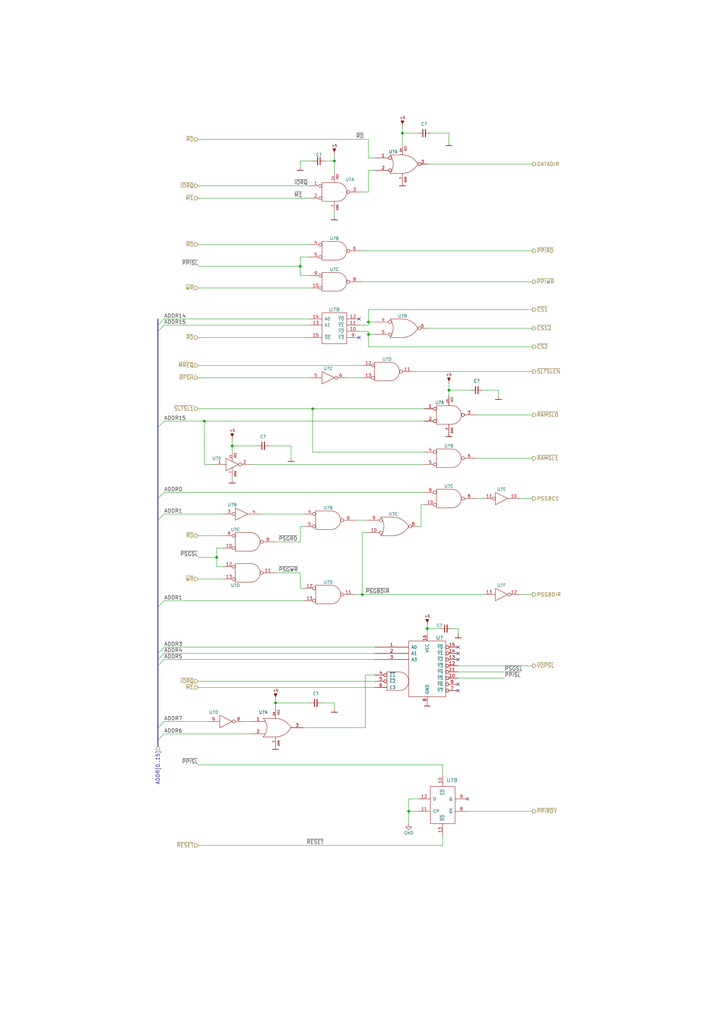
<source format=kicad_sch>
(kicad_sch (version 20211123) (generator eeschema)

  (uuid ca12753c-a5f4-49a4-bb14-a01420a86edb)

  (paper "A3" portrait)

  (lib_symbols
    (symbol "artemisa:74HC04" (pin_names (offset 0.762) hide) (in_bom yes) (on_board yes)
      (property "Reference" "U" (id 0) (at -7.62 2.54 0)
        (effects (font (size 1.27 1.27)))
      )
      (property "Value" "74HC04" (id 1) (at -6.35 -1.27 0)
        (effects (font (size 1.27 1.27)))
      )
      (property "Footprint" "" (id 2) (at 0 0 0)
        (effects (font (size 1.27 1.27)) hide)
      )
      (property "Datasheet" "" (id 3) (at 0 0 0)
        (effects (font (size 1.27 1.27)) hide)
      )
      (symbol "74HC04_1_1"
        (polyline
          (pts
            (xy -2.54 -2.54)
            (xy -2.54 2.54)
            (xy 2.54 0)
            (xy -2.54 -2.54)
          )
          (stroke (width 0) (type default) (color 0 0 0 0))
          (fill (type none))
        )
        (text "GND" (at 1.27 -3.81 900)
          (effects (font (size 0.762 0.762)))
        )
        (text "VCC" (at 1.27 3.81 900)
          (effects (font (size 0.762 0.762)))
        )
        (pin input line (at -7.62 0 0) (length 5.0038)
          (name "~" (effects (font (size 1.27 1.27))))
          (number "1" (effects (font (size 1.27 1.27))))
        )
        (pin power_in line (at 0 5.08 270) (length 3.81)
          (name "VCC" (effects (font (size 1.27 1.27))))
          (number "14" (effects (font (size 0.762 0.762))))
        )
        (pin output inverted (at 7.62 0 180) (length 5.0038)
          (name "~" (effects (font (size 1.27 1.27))))
          (number "2" (effects (font (size 1.27 1.27))))
        )
        (pin power_in line (at 0 -5.08 90) (length 3.81)
          (name "GND" (effects (font (size 1.27 1.27))))
          (number "7" (effects (font (size 0.762 0.762))))
        )
      )
      (symbol "74HC04_1_2"
        (polyline
          (pts
            (xy -2.54 2.54)
            (xy -2.54 -2.54)
            (xy 2.54 0)
            (xy -2.54 2.54)
          )
          (stroke (width 0) (type default) (color 0 0 0 0))
          (fill (type none))
        )
        (pin input inverted (at -7.62 0 0) (length 5.08)
          (name "~" (effects (font (size 1.27 1.27))))
          (number "1" (effects (font (size 1.27 1.27))))
        )
        (pin output line (at 7.62 0 180) (length 5.08)
          (name "~" (effects (font (size 1.27 1.27))))
          (number "2" (effects (font (size 1.27 1.27))))
        )
      )
      (symbol "74HC04_2_1"
        (polyline
          (pts
            (xy -2.54 2.54)
            (xy -2.54 -2.54)
            (xy 2.54 0)
            (xy -2.54 2.54)
          )
          (stroke (width 0) (type default) (color 0 0 0 0))
          (fill (type none))
        )
        (pin input line (at -7.62 0 0) (length 5.0038)
          (name "~" (effects (font (size 1.27 1.27))))
          (number "3" (effects (font (size 1.27 1.27))))
        )
        (pin output inverted (at 7.62 0 180) (length 5.0038)
          (name "~" (effects (font (size 1.27 1.27))))
          (number "4" (effects (font (size 1.27 1.27))))
        )
      )
      (symbol "74HC04_2_2"
        (polyline
          (pts
            (xy -2.54 2.54)
            (xy -2.54 -2.54)
            (xy 2.54 0)
            (xy -2.54 2.54)
          )
          (stroke (width 0) (type default) (color 0 0 0 0))
          (fill (type none))
        )
        (pin input inverted (at -7.62 0 0) (length 5.08)
          (name "~" (effects (font (size 1.27 1.27))))
          (number "3" (effects (font (size 1.27 1.27))))
        )
        (pin output line (at 7.62 0 180) (length 5.08)
          (name "~" (effects (font (size 1.27 1.27))))
          (number "4" (effects (font (size 1.27 1.27))))
        )
      )
      (symbol "74HC04_3_1"
        (polyline
          (pts
            (xy -2.54 2.54)
            (xy -2.54 -2.54)
            (xy 2.54 0)
            (xy -2.54 2.54)
          )
          (stroke (width 0) (type default) (color 0 0 0 0))
          (fill (type none))
        )
        (pin input line (at -7.62 0 0) (length 5.0038)
          (name "~" (effects (font (size 1.27 1.27))))
          (number "5" (effects (font (size 1.27 1.27))))
        )
        (pin output inverted (at 7.62 0 180) (length 5.0038)
          (name "~" (effects (font (size 1.27 1.27))))
          (number "6" (effects (font (size 1.27 1.27))))
        )
      )
      (symbol "74HC04_3_2"
        (polyline
          (pts
            (xy -2.54 2.54)
            (xy -2.54 -2.54)
            (xy 2.54 0)
            (xy -2.54 2.54)
          )
          (stroke (width 0) (type default) (color 0 0 0 0))
          (fill (type none))
        )
        (pin input inverted (at -7.62 0 0) (length 5.08)
          (name "~" (effects (font (size 1.27 1.27))))
          (number "5" (effects (font (size 1.27 1.27))))
        )
        (pin output line (at 7.62 0 180) (length 5.08)
          (name "~" (effects (font (size 1.27 1.27))))
          (number "6" (effects (font (size 1.27 1.27))))
        )
      )
      (symbol "74HC04_4_1"
        (polyline
          (pts
            (xy -2.54 2.54)
            (xy -2.54 -2.54)
            (xy 2.54 0)
            (xy -2.54 2.54)
          )
          (stroke (width 0) (type default) (color 0 0 0 0))
          (fill (type none))
        )
        (pin output inverted (at 7.62 0 180) (length 5.0038)
          (name "~" (effects (font (size 1.27 1.27))))
          (number "8" (effects (font (size 1.27 1.27))))
        )
        (pin input line (at -7.62 0 0) (length 5.0038)
          (name "~" (effects (font (size 1.27 1.27))))
          (number "9" (effects (font (size 1.27 1.27))))
        )
      )
      (symbol "74HC04_4_2"
        (polyline
          (pts
            (xy -2.54 2.54)
            (xy -2.54 -2.54)
            (xy 2.54 0)
            (xy -2.54 2.54)
          )
          (stroke (width 0) (type default) (color 0 0 0 0))
          (fill (type none))
        )
        (pin output line (at 7.62 0 180) (length 5.08)
          (name "~" (effects (font (size 1.27 1.27))))
          (number "8" (effects (font (size 1.27 1.27))))
        )
        (pin input inverted (at -7.62 0 0) (length 5.08)
          (name "~" (effects (font (size 1.27 1.27))))
          (number "9" (effects (font (size 1.27 1.27))))
        )
      )
      (symbol "74HC04_5_1"
        (polyline
          (pts
            (xy -2.54 2.54)
            (xy -2.54 -2.54)
            (xy 2.54 0)
            (xy -2.54 2.54)
          )
          (stroke (width 0) (type default) (color 0 0 0 0))
          (fill (type none))
        )
        (pin output inverted (at 7.62 0 180) (length 5.0038)
          (name "~" (effects (font (size 1.27 1.27))))
          (number "10" (effects (font (size 1.27 1.27))))
        )
        (pin input line (at -7.62 0 0) (length 5.0038)
          (name "~" (effects (font (size 1.27 1.27))))
          (number "11" (effects (font (size 1.27 1.27))))
        )
      )
      (symbol "74HC04_5_2"
        (polyline
          (pts
            (xy -2.54 2.54)
            (xy -2.54 -2.54)
            (xy 2.54 0)
            (xy -2.54 2.54)
          )
          (stroke (width 0) (type default) (color 0 0 0 0))
          (fill (type none))
        )
        (pin output line (at 7.62 0 180) (length 5.08)
          (name "~" (effects (font (size 1.27 1.27))))
          (number "10" (effects (font (size 1.27 1.27))))
        )
        (pin input inverted (at -7.62 0 0) (length 5.08)
          (name "~" (effects (font (size 1.27 1.27))))
          (number "11" (effects (font (size 1.27 1.27))))
        )
      )
      (symbol "74HC04_6_1"
        (polyline
          (pts
            (xy -2.54 2.54)
            (xy -2.54 -2.54)
            (xy 2.54 0)
            (xy -2.54 2.54)
          )
          (stroke (width 0) (type default) (color 0 0 0 0))
          (fill (type none))
        )
        (pin output inverted (at 7.62 0 180) (length 5.0038)
          (name "~" (effects (font (size 1.27 1.27))))
          (number "12" (effects (font (size 1.27 1.27))))
        )
        (pin input line (at -7.62 0 0) (length 5.0038)
          (name "~" (effects (font (size 1.27 1.27))))
          (number "13" (effects (font (size 1.27 1.27))))
        )
      )
      (symbol "74HC04_6_2"
        (polyline
          (pts
            (xy -2.54 2.54)
            (xy -2.54 -2.54)
            (xy 2.54 0)
            (xy -2.54 2.54)
          )
          (stroke (width 0) (type default) (color 0 0 0 0))
          (fill (type none))
        )
        (pin output line (at 7.62 0 180) (length 5.08)
          (name "~" (effects (font (size 1.27 1.27))))
          (number "12" (effects (font (size 1.27 1.27))))
        )
        (pin input inverted (at -7.62 0 0) (length 5.08)
          (name "~" (effects (font (size 1.27 1.27))))
          (number "13" (effects (font (size 1.27 1.27))))
        )
      )
    )
    (symbol "artemisa:74HC08" (pin_names (offset 0.762) hide) (in_bom yes) (on_board yes)
      (property "Reference" "U" (id 0) (at -7.62 6.35 0)
        (effects (font (size 1.27 1.27)))
      )
      (property "Value" "74HC08" (id 1) (at -7.62 -5.08 0)
        (effects (font (size 1.27 1.27)))
      )
      (property "Footprint" "" (id 2) (at -10.16 1.905 0)
        (effects (font (size 1.27 1.27)) hide)
      )
      (property "Datasheet" "" (id 3) (at -10.16 1.905 0)
        (effects (font (size 1.27 1.27)) hide)
      )
      (symbol "74HC08_1_0"
        (text "GND" (at 1.27 -6.35 900)
          (effects (font (size 0.762 0.762)))
        )
        (text "VCC" (at 1.27 7.62 900)
          (effects (font (size 0.762 0.762)) (justify right))
        )
        (pin power_in line (at 0 7.62 270) (length 3.81)
          (name "VCC" (effects (font (size 1.27 1.27))))
          (number "14" (effects (font (size 0.762 0.762))))
        )
        (pin power_in line (at 0 -7.62 90) (length 3.81)
          (name "GND" (effects (font (size 1.27 1.27))))
          (number "7" (effects (font (size 0.762 0.762))))
        )
      )
      (symbol "74HC08_1_1"
        (polyline
          (pts
            (xy 1.27 3.81)
            (xy -5.08 3.81)
          )
          (stroke (width 0) (type default) (color 0 0 0 0))
          (fill (type none))
        )
        (polyline
          (pts
            (xy -5.08 3.81)
            (xy -5.08 -3.81)
            (xy 1.27 -3.81)
          )
          (stroke (width 0) (type default) (color 0 0 0 0))
          (fill (type none))
        )
        (arc (start 1.27 -3.81) (mid 5.08 0) (end 1.27 3.81)
          (stroke (width 0) (type default) (color 0 0 0 0))
          (fill (type none))
        )
        (pin input line (at -11.43 2.54 0) (length 6.2992)
          (name "~" (effects (font (size 1.27 1.27))))
          (number "1" (effects (font (size 1.27 1.27))))
        )
        (pin input line (at -11.43 -2.54 0) (length 6.2992)
          (name "~" (effects (font (size 1.27 1.27))))
          (number "2" (effects (font (size 1.27 1.27))))
        )
        (pin output line (at 10.16 0 180) (length 5.1054)
          (name "~" (effects (font (size 1.27 1.27))))
          (number "3" (effects (font (size 1.27 1.27))))
        )
      )
      (symbol "74HC08_1_2"
        (arc (start -5.08 -3.81) (mid -3.81 0) (end -5.08 3.81)
          (stroke (width 0) (type default) (color 0 0 0 0))
          (fill (type none))
        )
        (arc (start 0 -3.81) (mid 3.6784 -2.744) (end 6.35 0)
          (stroke (width 0) (type default) (color 0 0 0 0))
          (fill (type none))
        )
        (polyline
          (pts
            (xy -5.08 -3.81)
            (xy 0 -3.81)
          )
          (stroke (width 0) (type default) (color 0 0 0 0))
          (fill (type none))
        )
        (polyline
          (pts
            (xy -5.08 3.81)
            (xy 0 3.81)
          )
          (stroke (width 0) (type default) (color 0 0 0 0))
          (fill (type none))
        )
        (arc (start 6.35 0) (mid 3.6784 2.744) (end 0 3.81)
          (stroke (width 0) (type default) (color 0 0 0 0))
          (fill (type none))
        )
        (pin input inverted (at -11.43 2.54 0) (length 7.0104)
          (name "~" (effects (font (size 1.27 1.27))))
          (number "1" (effects (font (size 1.27 1.27))))
        )
        (pin input inverted (at -11.43 -2.54 0) (length 7.0104)
          (name "~" (effects (font (size 1.27 1.27))))
          (number "2" (effects (font (size 1.27 1.27))))
        )
        (pin output inverted (at 10.16 0 180) (length 3.81)
          (name "~" (effects (font (size 1.27 1.27))))
          (number "3" (effects (font (size 1.27 1.27))))
        )
      )
      (symbol "74HC08_2_1"
        (polyline
          (pts
            (xy 1.27 3.81)
            (xy -5.08 3.81)
          )
          (stroke (width 0) (type default) (color 0 0 0 0))
          (fill (type none))
        )
        (polyline
          (pts
            (xy -5.08 3.81)
            (xy -5.08 -3.81)
            (xy 1.27 -3.81)
          )
          (stroke (width 0) (type default) (color 0 0 0 0))
          (fill (type none))
        )
        (arc (start 1.27 -3.81) (mid 5.08 0) (end 1.27 3.81)
          (stroke (width 0) (type default) (color 0 0 0 0))
          (fill (type none))
        )
        (pin power_in line (at -2.54 3.81 90) (length 0) hide
          (name "VCC" (effects (font (size 1.016 1.016))))
          (number "14" (effects (font (size 1.016 1.016))))
        )
        (pin input line (at -11.43 2.54 0) (length 6.2992)
          (name "~" (effects (font (size 1.27 1.27))))
          (number "4" (effects (font (size 1.27 1.27))))
        )
        (pin input line (at -11.43 -2.54 0) (length 6.2992)
          (name "~" (effects (font (size 1.27 1.27))))
          (number "5" (effects (font (size 1.27 1.27))))
        )
        (pin output line (at 10.16 0 180) (length 5.1054)
          (name "~" (effects (font (size 1.27 1.27))))
          (number "6" (effects (font (size 1.27 1.27))))
        )
        (pin power_in line (at -2.54 -3.81 90) (length 0) hide
          (name "GND" (effects (font (size 1.016 1.016))))
          (number "7" (effects (font (size 1.016 1.016))))
        )
      )
      (symbol "74HC08_2_2"
        (arc (start -5.08 -3.81) (mid -3.81 0) (end -5.08 3.81)
          (stroke (width 0) (type default) (color 0 0 0 0))
          (fill (type none))
        )
        (arc (start 0 -3.81) (mid 3.6784 -2.744) (end 6.35 0)
          (stroke (width 0) (type default) (color 0 0 0 0))
          (fill (type none))
        )
        (polyline
          (pts
            (xy -5.08 -3.81)
            (xy 0 -3.81)
          )
          (stroke (width 0) (type default) (color 0 0 0 0))
          (fill (type none))
        )
        (polyline
          (pts
            (xy -5.08 3.81)
            (xy 0 3.81)
          )
          (stroke (width 0) (type default) (color 0 0 0 0))
          (fill (type none))
        )
        (arc (start 6.35 0) (mid 3.6784 2.744) (end 0 3.81)
          (stroke (width 0) (type default) (color 0 0 0 0))
          (fill (type none))
        )
        (pin input inverted (at -11.43 2.54 0) (length 7.0104)
          (name "~" (effects (font (size 1.27 1.27))))
          (number "4" (effects (font (size 1.27 1.27))))
        )
        (pin input inverted (at -11.43 -2.54 0) (length 7.0104)
          (name "~" (effects (font (size 1.27 1.27))))
          (number "5" (effects (font (size 1.27 1.27))))
        )
        (pin output inverted (at 10.16 0 180) (length 3.81)
          (name "~" (effects (font (size 1.27 1.27))))
          (number "6" (effects (font (size 1.27 1.27))))
        )
      )
      (symbol "74HC08_3_1"
        (polyline
          (pts
            (xy 1.27 3.81)
            (xy -5.08 3.81)
          )
          (stroke (width 0) (type default) (color 0 0 0 0))
          (fill (type none))
        )
        (polyline
          (pts
            (xy -5.08 3.81)
            (xy -5.08 -3.81)
            (xy 1.27 -3.81)
          )
          (stroke (width 0) (type default) (color 0 0 0 0))
          (fill (type none))
        )
        (arc (start 1.27 -3.81) (mid 5.08 0) (end 1.27 3.81)
          (stroke (width 0) (type default) (color 0 0 0 0))
          (fill (type none))
        )
        (pin input line (at -11.43 -2.54 0) (length 6.2992)
          (name "~" (effects (font (size 1.27 1.27))))
          (number "10" (effects (font (size 1.27 1.27))))
        )
        (pin power_in line (at -2.54 3.81 90) (length 0) hide
          (name "VCC" (effects (font (size 1.016 1.016))))
          (number "14" (effects (font (size 1.016 1.016))))
        )
        (pin power_in line (at -2.54 -3.81 90) (length 0) hide
          (name "GND" (effects (font (size 1.016 1.016))))
          (number "7" (effects (font (size 1.016 1.016))))
        )
        (pin output line (at 10.16 0 180) (length 5.1054)
          (name "~" (effects (font (size 1.27 1.27))))
          (number "8" (effects (font (size 1.27 1.27))))
        )
        (pin input line (at -11.43 2.54 0) (length 6.2992)
          (name "~" (effects (font (size 1.27 1.27))))
          (number "9" (effects (font (size 1.27 1.27))))
        )
      )
      (symbol "74HC08_3_2"
        (arc (start -5.08 -3.81) (mid -3.81 0) (end -5.08 3.81)
          (stroke (width 0) (type default) (color 0 0 0 0))
          (fill (type none))
        )
        (arc (start 0 -3.81) (mid 3.6784 -2.744) (end 6.35 0)
          (stroke (width 0) (type default) (color 0 0 0 0))
          (fill (type none))
        )
        (polyline
          (pts
            (xy -5.08 -3.81)
            (xy 0 -3.81)
          )
          (stroke (width 0) (type default) (color 0 0 0 0))
          (fill (type none))
        )
        (polyline
          (pts
            (xy -5.08 3.81)
            (xy 0 3.81)
          )
          (stroke (width 0) (type default) (color 0 0 0 0))
          (fill (type none))
        )
        (arc (start 6.35 0) (mid 3.6784 2.744) (end 0 3.81)
          (stroke (width 0) (type default) (color 0 0 0 0))
          (fill (type none))
        )
        (pin input inverted (at -11.43 -2.54 0) (length 7.0104)
          (name "~" (effects (font (size 1.27 1.27))))
          (number "10" (effects (font (size 1.27 1.27))))
        )
        (pin output inverted (at 10.16 0 180) (length 3.81)
          (name "~" (effects (font (size 1.27 1.27))))
          (number "8" (effects (font (size 1.27 1.27))))
        )
        (pin input inverted (at -11.43 2.54 0) (length 7.0104)
          (name "~" (effects (font (size 1.27 1.27))))
          (number "9" (effects (font (size 1.27 1.27))))
        )
      )
      (symbol "74HC08_4_1"
        (polyline
          (pts
            (xy 1.27 3.81)
            (xy -5.08 3.81)
          )
          (stroke (width 0) (type default) (color 0 0 0 0))
          (fill (type none))
        )
        (polyline
          (pts
            (xy -5.08 3.81)
            (xy -5.08 -3.81)
            (xy 1.27 -3.81)
          )
          (stroke (width 0) (type default) (color 0 0 0 0))
          (fill (type none))
        )
        (arc (start 1.27 -3.81) (mid 5.08 0) (end 1.27 3.81)
          (stroke (width 0) (type default) (color 0 0 0 0))
          (fill (type none))
        )
        (pin output line (at 10.16 0 180) (length 5.1054)
          (name "~" (effects (font (size 1.27 1.27))))
          (number "11" (effects (font (size 1.27 1.27))))
        )
        (pin input line (at -11.43 2.54 0) (length 6.2992)
          (name "~" (effects (font (size 1.27 1.27))))
          (number "12" (effects (font (size 1.27 1.27))))
        )
        (pin input line (at -11.43 -2.54 0) (length 6.2992)
          (name "~" (effects (font (size 1.27 1.27))))
          (number "13" (effects (font (size 1.27 1.27))))
        )
        (pin power_in line (at -2.54 3.81 90) (length 0) hide
          (name "VCC" (effects (font (size 1.016 1.016))))
          (number "14" (effects (font (size 1.016 1.016))))
        )
        (pin power_in line (at -2.54 -3.81 90) (length 0) hide
          (name "GND" (effects (font (size 1.016 1.016))))
          (number "7" (effects (font (size 1.016 1.016))))
        )
      )
      (symbol "74HC08_4_2"
        (arc (start -5.08 -3.81) (mid -3.81 0) (end -5.08 3.81)
          (stroke (width 0) (type default) (color 0 0 0 0))
          (fill (type none))
        )
        (arc (start 0 -3.81) (mid 3.6784 -2.744) (end 6.35 0)
          (stroke (width 0) (type default) (color 0 0 0 0))
          (fill (type none))
        )
        (polyline
          (pts
            (xy -5.08 -3.81)
            (xy 0 -3.81)
          )
          (stroke (width 0) (type default) (color 0 0 0 0))
          (fill (type none))
        )
        (polyline
          (pts
            (xy -5.08 3.81)
            (xy 0 3.81)
          )
          (stroke (width 0) (type default) (color 0 0 0 0))
          (fill (type none))
        )
        (arc (start 6.35 0) (mid 3.6784 2.744) (end 0 3.81)
          (stroke (width 0) (type default) (color 0 0 0 0))
          (fill (type none))
        )
        (pin output inverted (at 10.16 0 180) (length 3.81)
          (name "~" (effects (font (size 1.27 1.27))))
          (number "11" (effects (font (size 1.27 1.27))))
        )
        (pin input inverted (at -11.43 2.54 0) (length 7.0104)
          (name "~" (effects (font (size 1.27 1.27))))
          (number "12" (effects (font (size 1.27 1.27))))
        )
        (pin input inverted (at -11.43 -2.54 0) (length 7.0104)
          (name "~" (effects (font (size 1.27 1.27))))
          (number "13" (effects (font (size 1.27 1.27))))
        )
      )
    )
    (symbol "artemisa:74HC138" (pin_names (offset 1.016)) (in_bom yes) (on_board yes)
      (property "Reference" "U" (id 0) (at 5.08 12.7 0)
        (effects (font (size 1.524 1.524)))
      )
      (property "Value" "74HC138" (id 1) (at 6.35 -12.7 0)
        (effects (font (size 1.524 1.524)))
      )
      (property "Footprint" "" (id 2) (at -21.59 -2.54 90)
        (effects (font (size 1.524 1.524)) hide)
      )
      (property "Datasheet" "" (id 3) (at -21.59 -2.54 90)
        (effects (font (size 1.524 1.524)) hide)
      )
      (symbol "74HC138_0_1"
        (arc (start -11.43 -8.89) (mid -7.62 -5.08) (end -11.43 -1.27)
          (stroke (width 0) (type default) (color 0 0 0 0))
          (fill (type none))
        )
        (rectangle (start -7.62 11.43) (end 7.62 -11.43)
          (stroke (width 0) (type default) (color 0 0 0 0))
          (fill (type none))
        )
        (polyline
          (pts
            (xy -16.51 -1.27)
            (xy -11.43 -1.27)
          )
          (stroke (width 0) (type default) (color 0 0 0 0))
          (fill (type none))
        )
        (polyline
          (pts
            (xy -16.51 -1.27)
            (xy -16.51 -8.89)
            (xy -11.43 -8.89)
          )
          (stroke (width 0) (type default) (color 0 0 0 0))
          (fill (type none))
        )
      )
      (symbol "74HC138_1_1"
        (pin input line (at -21.59 8.89 0) (length 13.97)
          (name "A0" (effects (font (size 1.27 1.27))))
          (number "1" (effects (font (size 1.27 1.27))))
        )
        (pin output inverted (at 12.7 -3.81 180) (length 5.08)
          (name "~{Y5}" (effects (font (size 1.27 1.27))))
          (number "10" (effects (font (size 1.27 1.27))))
        )
        (pin output inverted (at 12.7 -1.27 180) (length 5.08)
          (name "~{Y4}" (effects (font (size 1.27 1.27))))
          (number "11" (effects (font (size 1.27 1.27))))
        )
        (pin output inverted (at 12.7 1.27 180) (length 5.08)
          (name "~{Y3}" (effects (font (size 1.27 1.27))))
          (number "12" (effects (font (size 1.27 1.27))))
        )
        (pin output inverted (at 12.7 3.81 180) (length 5.08)
          (name "~{Y2}" (effects (font (size 1.27 1.27))))
          (number "13" (effects (font (size 1.27 1.27))))
        )
        (pin output inverted (at 12.7 6.35 180) (length 5.08)
          (name "~{Y1}" (effects (font (size 1.27 1.27))))
          (number "14" (effects (font (size 1.27 1.27))))
        )
        (pin output inverted (at 12.7 8.89 180) (length 5.08)
          (name "~{Y0}" (effects (font (size 1.27 1.27))))
          (number "15" (effects (font (size 1.27 1.27))))
        )
        (pin power_in line (at 0 13.97 270) (length 2.54)
          (name "VCC" (effects (font (size 1.27 1.27))))
          (number "16" (effects (font (size 1.27 1.27))))
        )
        (pin input line (at -21.59 6.35 0) (length 13.97)
          (name "A1" (effects (font (size 1.27 1.27))))
          (number "2" (effects (font (size 1.27 1.27))))
        )
        (pin input line (at -21.59 3.81 0) (length 13.97)
          (name "A3" (effects (font (size 1.27 1.27))))
          (number "3" (effects (font (size 1.27 1.27))))
        )
        (pin input inverted (at -21.59 -2.54 0) (length 5.08)
          (name "~{E1}" (effects (font (size 1.27 1.27))))
          (number "4" (effects (font (size 1.27 1.27))))
        )
        (pin input inverted (at -21.59 -5.08 0) (length 5.08)
          (name "~{E2}" (effects (font (size 1.27 1.27))))
          (number "5" (effects (font (size 1.27 1.27))))
        )
        (pin input line (at -21.59 -7.62 0) (length 5.08)
          (name "E3" (effects (font (size 1.27 1.27))))
          (number "6" (effects (font (size 1.27 1.27))))
        )
        (pin output inverted (at 12.7 -8.89 180) (length 5.08)
          (name "~{Y7}" (effects (font (size 1.27 1.27))))
          (number "7" (effects (font (size 1.27 1.27))))
        )
        (pin power_in line (at 0 -13.97 90) (length 2.54)
          (name "GND" (effects (font (size 1.27 1.27))))
          (number "8" (effects (font (size 1.27 1.27))))
        )
        (pin output inverted (at 12.7 -6.35 180) (length 5.08)
          (name "~{Y6}" (effects (font (size 1.27 1.27))))
          (number "9" (effects (font (size 1.27 1.27))))
        )
      )
    )
    (symbol "artemisa:74HC139" (pin_names (offset 1.016)) (in_bom yes) (on_board yes)
      (property "Reference" "U" (id 0) (at 3.81 7.62 0)
        (effects (font (size 1.27 1.27)))
      )
      (property "Value" "74HC139" (id 1) (at 7.62 -7.62 0)
        (effects (font (size 1.27 1.27)))
      )
      (property "Footprint" "" (id 2) (at 0 -3.81 0)
        (effects (font (size 1.524 1.524)) hide)
      )
      (property "Datasheet" "" (id 3) (at 0 -3.81 0)
        (effects (font (size 1.524 1.524)) hide)
      )
      (symbol "74HC139_1_0"
        (pin power_in line (at 0 10.16 270) (length 3.81)
          (name "VCC" (effects (font (size 0.762 0.762))))
          (number "16" (effects (font (size 1.27 1.27))))
        )
        (pin power_in line (at 0 -10.16 90) (length 3.81)
          (name "GND" (effects (font (size 0.762 0.762))))
          (number "8" (effects (font (size 1.27 1.27))))
        )
      )
      (symbol "74HC139_1_1"
        (rectangle (start -5.08 6.35) (end 5.08 -6.35)
          (stroke (width 0) (type default) (color 0 0 0 0))
          (fill (type none))
        )
        (pin input line (at -10.16 -3.81 0) (length 5.08)
          (name "~{OE}" (effects (font (size 1.27 1.27))))
          (number "1" (effects (font (size 1.27 1.27))))
        )
        (pin input line (at -10.16 3.81 0) (length 5.08)
          (name "A0" (effects (font (size 1.27 1.27))))
          (number "2" (effects (font (size 1.27 1.27))))
        )
        (pin input line (at -10.16 1.27 0) (length 5.08)
          (name "A1" (effects (font (size 1.27 1.27))))
          (number "3" (effects (font (size 1.27 1.27))))
        )
        (pin output line (at 10.16 3.81 180) (length 5.08)
          (name "~{Y0}" (effects (font (size 1.27 1.27))))
          (number "4" (effects (font (size 1.27 1.27))))
        )
        (pin output line (at 10.16 1.27 180) (length 5.08)
          (name "~{Y1}" (effects (font (size 1.27 1.27))))
          (number "5" (effects (font (size 1.27 1.27))))
        )
        (pin output line (at 10.16 -1.27 180) (length 5.08)
          (name "~{Y2}" (effects (font (size 1.27 1.27))))
          (number "6" (effects (font (size 1.27 1.27))))
        )
        (pin output line (at 10.16 -3.81 180) (length 5.08)
          (name "~{Y3}" (effects (font (size 1.27 1.27))))
          (number "7" (effects (font (size 1.27 1.27))))
        )
      )
      (symbol "74HC139_2_1"
        (rectangle (start -5.08 6.35) (end 5.08 -6.35)
          (stroke (width 0) (type default) (color 0 0 0 0))
          (fill (type none))
        )
        (pin output line (at 10.16 -1.27 180) (length 5.08)
          (name "~{Y2}" (effects (font (size 1.27 1.27))))
          (number "10" (effects (font (size 1.27 1.27))))
        )
        (pin output line (at 10.16 1.27 180) (length 5.08)
          (name "~{Y1}" (effects (font (size 1.27 1.27))))
          (number "11" (effects (font (size 1.27 1.27))))
        )
        (pin output line (at 10.16 3.81 180) (length 5.08)
          (name "~{Y0}" (effects (font (size 1.27 1.27))))
          (number "12" (effects (font (size 1.27 1.27))))
        )
        (pin input line (at -10.16 1.27 0) (length 5.08)
          (name "A1" (effects (font (size 1.27 1.27))))
          (number "13" (effects (font (size 1.27 1.27))))
        )
        (pin input line (at -10.16 3.81 0) (length 5.08)
          (name "A0" (effects (font (size 1.27 1.27))))
          (number "14" (effects (font (size 1.27 1.27))))
        )
        (pin input line (at -10.16 -3.81 0) (length 5.08)
          (name "~{OE}" (effects (font (size 1.27 1.27))))
          (number "15" (effects (font (size 1.27 1.27))))
        )
        (pin output line (at 10.16 -3.81 180) (length 5.08)
          (name "~{Y3}" (effects (font (size 1.27 1.27))))
          (number "9" (effects (font (size 1.27 1.27))))
        )
      )
    )
    (symbol "artemisa:74HC32" (pin_names (offset 0.762) hide) (in_bom yes) (on_board yes)
      (property "Reference" "U" (id 0) (at 7.62 3.81 0)
        (effects (font (size 1.27 1.27)))
      )
      (property "Value" "74HC32" (id 1) (at 8.89 -3.81 0)
        (effects (font (size 1.27 1.27)))
      )
      (property "Footprint" "" (id 2) (at 0 0 0)
        (effects (font (size 1.27 1.27)) hide)
      )
      (property "Datasheet" "" (id 3) (at 0 0 0)
        (effects (font (size 1.27 1.27)) hide)
      )
      (symbol "74HC32_1_0"
        (text "GND" (at 1.27 -6.35 900)
          (effects (font (size 0.762 0.762)))
        )
        (text "VCC" (at 1.27 6.35 900)
          (effects (font (size 0.762 0.762)))
        )
        (pin power_in line (at 0 7.62 270) (length 3.81)
          (name "VCC" (effects (font (size 1.27 1.27))))
          (number "14" (effects (font (size 0.762 0.762))))
        )
        (pin power_in line (at 0 -7.62 90) (length 3.81)
          (name "GND" (effects (font (size 1.27 1.27))))
          (number "7" (effects (font (size 0.762 0.762))))
        )
      )
      (symbol "74HC32_1_1"
        (arc (start -5.08 -3.81) (mid -3.5018 0) (end -5.08 3.81)
          (stroke (width 0) (type default) (color 0 0 0 0))
          (fill (type none))
        )
        (arc (start 0 -3.81) (mid 3.6784 -2.744) (end 6.35 0)
          (stroke (width 0) (type default) (color 0 0 0 0))
          (fill (type none))
        )
        (polyline
          (pts
            (xy -5.08 -3.81)
            (xy 0 -3.81)
          )
          (stroke (width 0) (type default) (color 0 0 0 0))
          (fill (type none))
        )
        (polyline
          (pts
            (xy -5.08 3.81)
            (xy 0 3.81)
          )
          (stroke (width 0) (type default) (color 0 0 0 0))
          (fill (type none))
        )
        (arc (start 6.35 0) (mid 3.6784 2.744) (end 0 3.81)
          (stroke (width 0) (type default) (color 0 0 0 0))
          (fill (type none))
        )
        (pin input line (at -10.16 2.54 0) (length 5.9944)
          (name "~" (effects (font (size 1.27 1.27))))
          (number "1" (effects (font (size 1.27 1.27))))
        )
        (pin input line (at -10.16 -2.54 0) (length 5.9944)
          (name "~" (effects (font (size 1.27 1.27))))
          (number "2" (effects (font (size 1.27 1.27))))
        )
        (pin output line (at 11.43 0 180) (length 5.1054)
          (name "~" (effects (font (size 1.27 1.27))))
          (number "3" (effects (font (size 1.27 1.27))))
        )
      )
      (symbol "74HC32_1_2"
        (polyline
          (pts
            (xy -5.08 3.81)
            (xy 0 3.81)
          )
          (stroke (width 0) (type default) (color 0 0 0 0))
          (fill (type none))
        )
        (polyline
          (pts
            (xy 0 -3.81)
            (xy 1.27 -3.81)
          )
          (stroke (width 0) (type default) (color 0 0 0 0))
          (fill (type none))
        )
        (polyline
          (pts
            (xy 0 3.81)
            (xy 1.27 3.81)
          )
          (stroke (width 0) (type default) (color 0 0 0 0))
          (fill (type none))
        )
        (polyline
          (pts
            (xy -5.08 3.81)
            (xy -5.08 -3.81)
            (xy 0 -3.81)
          )
          (stroke (width 0) (type default) (color 0 0 0 0))
          (fill (type none))
        )
        (arc (start 1.27 -3.81) (mid 5.08 0) (end 1.27 3.81)
          (stroke (width 0) (type default) (color 0 0 0 0))
          (fill (type none))
        )
        (pin input inverted (at -10.16 2.54 0) (length 5.0038)
          (name "~" (effects (font (size 1.27 1.27))))
          (number "1" (effects (font (size 1.27 1.27))))
        )
        (pin input inverted (at -10.16 -2.54 0) (length 5.0038)
          (name "~" (effects (font (size 1.27 1.27))))
          (number "2" (effects (font (size 1.27 1.27))))
        )
        (pin output inverted (at 11.43 0 180) (length 6.2992)
          (name "~" (effects (font (size 1.27 1.27))))
          (number "3" (effects (font (size 1.27 1.27))))
        )
      )
      (symbol "74HC32_2_1"
        (arc (start -5.08 -3.81) (mid -3.5018 0) (end -5.08 3.81)
          (stroke (width 0) (type default) (color 0 0 0 0))
          (fill (type none))
        )
        (arc (start 0 -3.81) (mid 3.6784 -2.744) (end 6.35 0)
          (stroke (width 0) (type default) (color 0 0 0 0))
          (fill (type none))
        )
        (polyline
          (pts
            (xy -5.08 -3.81)
            (xy 0 -3.81)
          )
          (stroke (width 0) (type default) (color 0 0 0 0))
          (fill (type none))
        )
        (polyline
          (pts
            (xy -5.08 3.81)
            (xy 0 3.81)
          )
          (stroke (width 0) (type default) (color 0 0 0 0))
          (fill (type none))
        )
        (arc (start 6.35 0) (mid 3.6784 2.744) (end 0 3.81)
          (stroke (width 0) (type default) (color 0 0 0 0))
          (fill (type none))
        )
        (pin input line (at -10.16 2.54 0) (length 5.9944)
          (name "~" (effects (font (size 1.27 1.27))))
          (number "4" (effects (font (size 1.27 1.27))))
        )
        (pin input line (at -10.16 -2.54 0) (length 5.9944)
          (name "~" (effects (font (size 1.27 1.27))))
          (number "5" (effects (font (size 1.27 1.27))))
        )
        (pin output line (at 11.43 0 180) (length 5.1054)
          (name "~" (effects (font (size 1.27 1.27))))
          (number "6" (effects (font (size 1.27 1.27))))
        )
      )
      (symbol "74HC32_2_2"
        (polyline
          (pts
            (xy -5.08 3.81)
            (xy 0 3.81)
          )
          (stroke (width 0) (type default) (color 0 0 0 0))
          (fill (type none))
        )
        (polyline
          (pts
            (xy 0 -3.81)
            (xy 1.27 -3.81)
          )
          (stroke (width 0) (type default) (color 0 0 0 0))
          (fill (type none))
        )
        (polyline
          (pts
            (xy 0 3.81)
            (xy 1.27 3.81)
          )
          (stroke (width 0) (type default) (color 0 0 0 0))
          (fill (type none))
        )
        (polyline
          (pts
            (xy -5.08 3.81)
            (xy -5.08 -3.81)
            (xy 0 -3.81)
          )
          (stroke (width 0) (type default) (color 0 0 0 0))
          (fill (type none))
        )
        (arc (start 1.27 -3.81) (mid 5.08 0) (end 1.27 3.81)
          (stroke (width 0) (type default) (color 0 0 0 0))
          (fill (type none))
        )
        (pin input inverted (at -10.16 2.54 0) (length 5.0038)
          (name "~" (effects (font (size 1.27 1.27))))
          (number "4" (effects (font (size 1.27 1.27))))
        )
        (pin input inverted (at -10.16 -2.54 0) (length 5.0038)
          (name "~" (effects (font (size 1.27 1.27))))
          (number "5" (effects (font (size 1.27 1.27))))
        )
        (pin output inverted (at 11.43 0 180) (length 6.2992)
          (name "~" (effects (font (size 1.27 1.27))))
          (number "6" (effects (font (size 1.27 1.27))))
        )
      )
      (symbol "74HC32_3_1"
        (arc (start -5.08 -3.81) (mid -3.5018 0) (end -5.08 3.81)
          (stroke (width 0) (type default) (color 0 0 0 0))
          (fill (type none))
        )
        (arc (start 0 -3.81) (mid 3.6784 -2.744) (end 6.35 0)
          (stroke (width 0) (type default) (color 0 0 0 0))
          (fill (type none))
        )
        (polyline
          (pts
            (xy -5.08 -3.81)
            (xy 0 -3.81)
          )
          (stroke (width 0) (type default) (color 0 0 0 0))
          (fill (type none))
        )
        (polyline
          (pts
            (xy -5.08 3.81)
            (xy 0 3.81)
          )
          (stroke (width 0) (type default) (color 0 0 0 0))
          (fill (type none))
        )
        (arc (start 6.35 0) (mid 3.6784 2.744) (end 0 3.81)
          (stroke (width 0) (type default) (color 0 0 0 0))
          (fill (type none))
        )
        (pin input line (at -10.16 -2.54 0) (length 5.9944)
          (name "~" (effects (font (size 1.27 1.27))))
          (number "10" (effects (font (size 1.27 1.27))))
        )
        (pin output line (at 11.43 0 180) (length 5.1054)
          (name "~" (effects (font (size 1.27 1.27))))
          (number "8" (effects (font (size 1.27 1.27))))
        )
        (pin input line (at -10.16 2.54 0) (length 5.9944)
          (name "~" (effects (font (size 1.27 1.27))))
          (number "9" (effects (font (size 1.27 1.27))))
        )
      )
      (symbol "74HC32_3_2"
        (polyline
          (pts
            (xy -5.08 3.81)
            (xy 0 3.81)
          )
          (stroke (width 0) (type default) (color 0 0 0 0))
          (fill (type none))
        )
        (polyline
          (pts
            (xy 0 -3.81)
            (xy 1.27 -3.81)
          )
          (stroke (width 0) (type default) (color 0 0 0 0))
          (fill (type none))
        )
        (polyline
          (pts
            (xy 0 3.81)
            (xy 1.27 3.81)
          )
          (stroke (width 0) (type default) (color 0 0 0 0))
          (fill (type none))
        )
        (polyline
          (pts
            (xy -5.08 3.81)
            (xy -5.08 -3.81)
            (xy 0 -3.81)
          )
          (stroke (width 0) (type default) (color 0 0 0 0))
          (fill (type none))
        )
        (arc (start 1.27 -3.81) (mid 5.08 0) (end 1.27 3.81)
          (stroke (width 0) (type default) (color 0 0 0 0))
          (fill (type none))
        )
        (pin input inverted (at -10.16 -2.54 0) (length 5.0038)
          (name "~" (effects (font (size 1.27 1.27))))
          (number "10" (effects (font (size 1.27 1.27))))
        )
        (pin output inverted (at 11.43 0 180) (length 6.2992)
          (name "~" (effects (font (size 1.27 1.27))))
          (number "8" (effects (font (size 1.27 1.27))))
        )
        (pin input inverted (at -10.16 2.54 0) (length 5.0038)
          (name "~" (effects (font (size 1.27 1.27))))
          (number "9" (effects (font (size 1.27 1.27))))
        )
      )
      (symbol "74HC32_4_1"
        (arc (start -5.08 -3.81) (mid -3.5018 0) (end -5.08 3.81)
          (stroke (width 0) (type default) (color 0 0 0 0))
          (fill (type none))
        )
        (arc (start 0 -3.81) (mid 3.6784 -2.744) (end 6.35 0)
          (stroke (width 0) (type default) (color 0 0 0 0))
          (fill (type none))
        )
        (polyline
          (pts
            (xy -5.08 -3.81)
            (xy 0 -3.81)
          )
          (stroke (width 0) (type default) (color 0 0 0 0))
          (fill (type none))
        )
        (polyline
          (pts
            (xy -5.08 3.81)
            (xy 0 3.81)
          )
          (stroke (width 0) (type default) (color 0 0 0 0))
          (fill (type none))
        )
        (arc (start 6.35 0) (mid 3.6784 2.744) (end 0 3.81)
          (stroke (width 0) (type default) (color 0 0 0 0))
          (fill (type none))
        )
        (pin output line (at 11.43 0 180) (length 5.1054)
          (name "~" (effects (font (size 1.27 1.27))))
          (number "11" (effects (font (size 1.27 1.27))))
        )
        (pin input line (at -10.16 2.54 0) (length 5.9944)
          (name "~" (effects (font (size 1.27 1.27))))
          (number "12" (effects (font (size 1.27 1.27))))
        )
        (pin input line (at -10.16 -2.54 0) (length 5.9944)
          (name "~" (effects (font (size 1.27 1.27))))
          (number "13" (effects (font (size 1.27 1.27))))
        )
      )
      (symbol "74HC32_4_2"
        (polyline
          (pts
            (xy -5.08 3.81)
            (xy 0 3.81)
          )
          (stroke (width 0) (type default) (color 0 0 0 0))
          (fill (type none))
        )
        (polyline
          (pts
            (xy 0 -3.81)
            (xy 1.27 -3.81)
          )
          (stroke (width 0) (type default) (color 0 0 0 0))
          (fill (type none))
        )
        (polyline
          (pts
            (xy 0 3.81)
            (xy 1.27 3.81)
          )
          (stroke (width 0) (type default) (color 0 0 0 0))
          (fill (type none))
        )
        (polyline
          (pts
            (xy -5.08 3.81)
            (xy -5.08 -3.81)
            (xy 0 -3.81)
          )
          (stroke (width 0) (type default) (color 0 0 0 0))
          (fill (type none))
        )
        (arc (start 1.27 -3.81) (mid 5.08 0) (end 1.27 3.81)
          (stroke (width 0) (type default) (color 0 0 0 0))
          (fill (type none))
        )
        (pin output inverted (at 11.43 0 180) (length 6.2992)
          (name "~" (effects (font (size 1.27 1.27))))
          (number "11" (effects (font (size 1.27 1.27))))
        )
        (pin input inverted (at -10.16 2.54 0) (length 5.0038)
          (name "~" (effects (font (size 1.27 1.27))))
          (number "12" (effects (font (size 1.27 1.27))))
        )
        (pin input inverted (at -10.16 -2.54 0) (length 5.0038)
          (name "~" (effects (font (size 1.27 1.27))))
          (number "13" (effects (font (size 1.27 1.27))))
        )
      )
    )
    (symbol "artemisa:74HC74" (pin_names (offset 1.016)) (in_bom yes) (on_board yes)
      (property "Reference" "U" (id 0) (at -6.35 8.89 0)
        (effects (font (size 1.524 1.524)))
      )
      (property "Value" "74HC74" (id 1) (at 12.7 -6.35 0)
        (effects (font (size 1.524 1.524)))
      )
      (property "Footprint" "" (id 2) (at -2.54 -5.08 0)
        (effects (font (size 1.524 1.524)) hide)
      )
      (property "Datasheet" "" (id 3) (at -2.54 -5.08 0)
        (effects (font (size 1.524 1.524)) hide)
      )
      (symbol "74HC74_1_1"
        (rectangle (start -7.62 7.62) (end 7.62 -7.62)
          (stroke (width 0) (type default) (color 0 0 0 0))
          (fill (type none))
        )
        (pin input line (at -2.54 -12.7 90) (length 5.08)
          (name "~{RD}" (effects (font (size 1.27 1.27))))
          (number "1" (effects (font (size 1.27 1.27))))
        )
        (pin power_in line (at 2.54 12.7 270) (length 5.08)
          (name "VCC" (effects (font (size 1.27 1.27))))
          (number "14" (effects (font (size 1.27 1.27))))
        )
        (pin input line (at -12.7 2.54 0) (length 5.08)
          (name "D" (effects (font (size 1.27 1.27))))
          (number "2" (effects (font (size 1.27 1.27))))
        )
        (pin input line (at -12.7 -2.54 0) (length 5.08)
          (name "CP" (effects (font (size 1.27 1.27))))
          (number "3" (effects (font (size 1.27 1.27))))
        )
        (pin input line (at -2.54 12.7 270) (length 5.08)
          (name "~{SD}" (effects (font (size 1.27 1.27))))
          (number "4" (effects (font (size 1.27 1.27))))
        )
        (pin output line (at 12.7 2.54 180) (length 5.08)
          (name "Q" (effects (font (size 1.27 1.27))))
          (number "5" (effects (font (size 1.27 1.27))))
        )
        (pin output line (at 12.7 -2.54 180) (length 5.08)
          (name "~{Q}" (effects (font (size 1.27 1.27))))
          (number "6" (effects (font (size 1.27 1.27))))
        )
        (pin power_in line (at 2.54 -12.7 90) (length 5.08)
          (name "GND" (effects (font (size 1.27 1.27))))
          (number "7" (effects (font (size 1.27 1.27))))
        )
      )
      (symbol "74HC74_2_1"
        (rectangle (start -5.08 7.62) (end 5.08 -7.62)
          (stroke (width 0) (type default) (color 0 0 0 0))
          (fill (type none))
        )
        (pin input line (at 0 12.7 270) (length 5.08)
          (name "~{SD}" (effects (font (size 1.27 1.27))))
          (number "10" (effects (font (size 1.27 1.27))))
        )
        (pin input line (at -10.16 -2.54 0) (length 5.08)
          (name "CP" (effects (font (size 1.27 1.27))))
          (number "11" (effects (font (size 1.27 1.27))))
        )
        (pin input line (at -10.16 2.54 0) (length 5.08)
          (name "D" (effects (font (size 1.27 1.27))))
          (number "12" (effects (font (size 1.27 1.27))))
        )
        (pin input line (at 0 -12.7 90) (length 5.08)
          (name "~{RD}" (effects (font (size 1.27 1.27))))
          (number "13" (effects (font (size 1.27 1.27))))
        )
        (pin output line (at 10.16 -2.54 180) (length 5.08)
          (name "~{Q}" (effects (font (size 1.27 1.27))))
          (number "8" (effects (font (size 1.27 1.27))))
        )
        (pin output line (at 10.16 2.54 180) (length 5.08)
          (name "Q" (effects (font (size 1.27 1.27))))
          (number "9" (effects (font (size 1.27 1.27))))
        )
      )
    )
    (symbol "artemisa:Cap" (pin_numbers hide) (pin_names (offset 0.254) hide) (in_bom yes) (on_board yes)
      (property "Reference" "C" (id 0) (at 0.254 1.778 0)
        (effects (font (size 1.27 1.27)) (justify left))
      )
      (property "Value" "Cap" (id 1) (at 0.254 -2.032 0)
        (effects (font (size 1.27 1.27)) (justify left))
      )
      (property "Footprint" "" (id 2) (at 0 0 0)
        (effects (font (size 1.27 1.27)) hide)
      )
      (property "Datasheet" "" (id 3) (at 0 0 0)
        (effects (font (size 1.27 1.27)) hide)
      )
      (property "ki_fp_filters" "C_*" (id 4) (at 0 0 0)
        (effects (font (size 1.27 1.27)) hide)
      )
      (symbol "Cap_0_1"
        (polyline
          (pts
            (xy -1.524 -0.508)
            (xy 1.524 -0.508)
          )
          (stroke (width 0.3302) (type default) (color 0 0 0 0))
          (fill (type none))
        )
        (polyline
          (pts
            (xy -1.524 0.508)
            (xy 1.524 0.508)
          )
          (stroke (width 0.3048) (type default) (color 0 0 0 0))
          (fill (type none))
        )
      )
      (symbol "Cap_1_1"
        (pin passive line (at 0 2.54 270) (length 2.032)
          (name "~" (effects (font (size 1.27 1.27))))
          (number "1" (effects (font (size 1.27 1.27))))
        )
        (pin passive line (at 0 -2.54 90) (length 2.032)
          (name "~" (effects (font (size 1.27 1.27))))
          (number "2" (effects (font (size 1.27 1.27))))
        )
      )
    )
    (symbol "artemisa:GND" (power) (pin_numbers hide) (pin_names (offset 0) hide) (in_bom yes) (on_board yes)
      (property "Reference" "#PWR" (id 0) (at 0 -2.54 0)
        (effects (font (size 1.524 1.524)) hide)
      )
      (property "Value" "GND" (id 1) (at 0 2.54 0)
        (effects (font (size 1.524 1.524)) hide)
      )
      (property "Footprint" "" (id 2) (at 0 0 0)
        (effects (font (size 1.524 1.524)) hide)
      )
      (property "Datasheet" "" (id 3) (at 0 0 0)
        (effects (font (size 1.524 1.524)) hide)
      )
      (symbol "GND_0_1"
        (polyline
          (pts
            (xy -1.27 -1.27)
            (xy 1.27 -1.27)
          )
          (stroke (width 0.254) (type default) (color 0 0 0 0))
          (fill (type none))
        )
      )
      (symbol "GND_1_1"
        (pin power_in line (at 0 0 270) (length 1.27)
          (name "GND" (effects (font (size 1.27 1.27))))
          (number "~" (effects (font (size 1.27 1.27))))
        )
      )
    )
    (symbol "artemisa:VCC" (power) (pin_numbers hide) (pin_names (offset 0) hide) (in_bom yes) (on_board yes)
      (property "Reference" "#PWR" (id 0) (at 0 -1.27 0)
        (effects (font (size 1.524 1.524)) hide)
      )
      (property "Value" "VCC" (id 1) (at 0 6.35 0)
        (effects (font (size 1.524 1.524)) hide)
      )
      (property "Footprint" "" (id 2) (at 0 0 0)
        (effects (font (size 1.524 1.524)) hide)
      )
      (property "Datasheet" "" (id 3) (at 0 0 0)
        (effects (font (size 1.524 1.524)) hide)
      )
      (symbol "VCC_0_0"
        (text "+5" (at 0 3.81 0)
          (effects (font (size 1.016 1.016)))
        )
      )
      (symbol "VCC_0_1"
        (polyline
          (pts
            (xy 0 1.27)
            (xy 0.635 2.54)
            (xy -0.635 2.54)
            (xy 0 1.27)
          )
          (stroke (width 0) (type default) (color 0 0 0 0))
          (fill (type outline))
        )
      )
      (symbol "VCC_1_1"
        (pin power_in line (at 0 0 90) (length 1.27)
          (name "~" (effects (font (size 1.27 1.27))))
          (number "~" (effects (font (size 1.27 1.27))))
        )
      )
    )
    (symbol "power:GND" (power) (pin_names (offset 0)) (in_bom yes) (on_board yes)
      (property "Reference" "#PWR" (id 0) (at 0 -6.35 0)
        (effects (font (size 1.27 1.27)) hide)
      )
      (property "Value" "GND" (id 1) (at 0 -3.81 0)
        (effects (font (size 1.27 1.27)))
      )
      (property "Footprint" "" (id 2) (at 0 0 0)
        (effects (font (size 1.27 1.27)) hide)
      )
      (property "Datasheet" "" (id 3) (at 0 0 0)
        (effects (font (size 1.27 1.27)) hide)
      )
      (property "ki_keywords" "power-flag" (id 4) (at 0 0 0)
        (effects (font (size 1.27 1.27)) hide)
      )
      (property "ki_description" "Power symbol creates a global label with name \"GND\" , ground" (id 5) (at 0 0 0)
        (effects (font (size 1.27 1.27)) hide)
      )
      (symbol "GND_0_1"
        (polyline
          (pts
            (xy 0 0)
            (xy 0 -1.27)
            (xy 1.27 -1.27)
            (xy 0 -2.54)
            (xy -1.27 -1.27)
            (xy 0 -1.27)
          )
          (stroke (width 0) (type default) (color 0 0 0 0))
          (fill (type none))
        )
      )
      (symbol "GND_1_1"
        (pin power_in line (at 0 0 270) (length 0) hide
          (name "GND" (effects (font (size 1.27 1.27))))
          (number "1" (effects (font (size 1.27 1.27))))
        )
      )
    )
  )

  (junction (at 175.26 257.81) (diameter 0) (color 0 0 0 0)
    (uuid 0f122926-6ab0-4321-bb42-3042bba502d6)
  )
  (junction (at 151.13 137.16) (diameter 0) (color 0 0 0 0)
    (uuid 3661902e-90e5-456c-bea6-67cccf66598c)
  )
  (junction (at 83.82 172.72) (diameter 0) (color 0 0 0 0)
    (uuid 3f4ca593-2b3f-4c1d-83fb-6afbc1dc83bd)
  )
  (junction (at 148.59 243.84) (diameter 0) (color 0 0 0 0)
    (uuid 4ce0e23d-dbb3-4d2d-b549-50bee3d446b9)
  )
  (junction (at 123.19 109.22) (diameter 0) (color 0 0 0 0)
    (uuid 584c482d-1251-462e-825c-3a0578bafc6d)
  )
  (junction (at 113.03 288.29) (diameter 0) (color 0 0 0 0)
    (uuid 8f38d61d-85a4-4a20-aa88-865d9c66b0b4)
  )
  (junction (at 184.15 160.02) (diameter 0) (color 0 0 0 0)
    (uuid 9d12ed3c-0713-4da7-86c7-5331347f3457)
  )
  (junction (at 128.27 167.64) (diameter 0) (color 0 0 0 0)
    (uuid b8a69dfb-4ff5-4171-8662-f4fd81f9fc4a)
  )
  (junction (at 137.16 66.04) (diameter 0) (color 0 0 0 0)
    (uuid c1d15993-12e6-4c0d-a72e-2f76d98a62f2)
  )
  (junction (at 95.25 182.88) (diameter 0) (color 0 0 0 0)
    (uuid c2288b71-0313-4831-b20b-64c01771a6a6)
  )
  (junction (at 167.64 332.74) (diameter 0) (color 0 0 0 0)
    (uuid c530039a-9616-48cc-81ab-7c9b301e469d)
  )
  (junction (at 165.1 54.61) (diameter 0) (color 0 0 0 0)
    (uuid f28095b2-5bdd-4916-8fd7-8ee2cde7e2ae)
  )
  (junction (at 88.9 228.6) (diameter 0) (color 0 0 0 0)
    (uuid f3948324-ce3a-4786-8e6f-06525e602a33)
  )
  (junction (at 151.13 132.08) (diameter 0) (color 0 0 0 0)
    (uuid fc5e93f7-8264-46ce-a278-5944e151e5a7)
  )

  (no_connect (at 187.96 280.67) (uuid 198a2a45-a86c-4371-8a75-c6e4c84fad3d))
  (no_connect (at 147.32 130.81) (uuid 500298f6-b9ed-4e53-bde6-024545f1a90a))
  (no_connect (at 187.96 265.43) (uuid 751eb404-33b7-4b8f-8aa0-576b234652fb))
  (no_connect (at 191.77 327.66) (uuid 756b369e-c079-4259-88cc-888037ab7efa))
  (no_connect (at 187.96 283.21) (uuid 77482be5-b12a-41cb-b345-89c6c297fbe1))
  (no_connect (at 187.96 270.51) (uuid be52ce9f-4498-483f-a791-994a787b7224))
  (no_connect (at 147.32 138.43) (uuid e7130644-c4ae-4f9d-997d-5b4fa9d09578))
  (no_connect (at 187.96 267.97) (uuid f4f8401f-00e2-4058-8b4d-acf3075d7f77))

  (bus_entry (at 64.77 213.36) (size 2.54 -2.54)
    (stroke (width 0) (type default) (color 0 0 0 0))
    (uuid 116b375f-957b-4eda-a12b-df384678f533)
  )
  (bus_entry (at 64.77 298.45) (size 2.54 -2.54)
    (stroke (width 0) (type default) (color 0 0 0 0))
    (uuid 293bc8e1-4ff1-450d-8ef0-4276b77002bf)
  )
  (bus_entry (at 64.77 270.51) (size 2.54 -2.54)
    (stroke (width 0) (type default) (color 0 0 0 0))
    (uuid 2ad27911-6b4b-41d3-af19-3a88d479912c)
  )
  (bus_entry (at 64.77 248.92) (size 2.54 -2.54)
    (stroke (width 0) (type default) (color 0 0 0 0))
    (uuid 3eb6166e-d2a4-4778-a9e3-fd9ea19f972e)
  )
  (bus_entry (at 64.77 303.53) (size 2.54 -2.54)
    (stroke (width 0) (type default) (color 0 0 0 0))
    (uuid 778130e2-5dcf-4ba4-bd77-4acc3a461105)
  )
  (bus_entry (at 64.77 175.26) (size 2.54 -2.54)
    (stroke (width 0) (type default) (color 0 0 0 0))
    (uuid 7c7cfeb1-8cd1-4c5f-8e65-42b386d94011)
  )
  (bus_entry (at 64.77 273.05) (size 2.54 -2.54)
    (stroke (width 0) (type default) (color 0 0 0 0))
    (uuid 825e7db8-0294-426e-853c-3be31e57f559)
  )
  (bus_entry (at 64.77 267.97) (size 2.54 -2.54)
    (stroke (width 0) (type default) (color 0 0 0 0))
    (uuid a6e79250-4ea1-4a1f-b168-c1d347acb43a)
  )
  (bus_entry (at 64.77 204.47) (size 2.54 -2.54)
    (stroke (width 0) (type default) (color 0 0 0 0))
    (uuid d9452562-ce7e-4680-9c6e-6998b86cb475)
  )
  (bus_entry (at 64.77 133.35) (size 2.54 -2.54)
    (stroke (width 0) (type default) (color 0 0 0 0))
    (uuid ec53b93c-c93c-4a00-b315-00a9db4c857c)
  )
  (bus_entry (at 64.77 135.89) (size 2.54 -2.54)
    (stroke (width 0) (type default) (color 0 0 0 0))
    (uuid fcdae4f4-bcbc-432a-b7d5-ee4bdd3d104f)
  )

  (wire (pts (xy 148.59 218.44) (xy 149.86 218.44))
    (stroke (width 0) (type default) (color 0 0 0 0))
    (uuid 007d1aa0-0a35-4c79-bc8d-e834bd3664f0)
  )
  (wire (pts (xy 81.28 100.33) (xy 127 100.33))
    (stroke (width 0) (type default) (color 0 0 0 0))
    (uuid 0470f6f8-3373-4410-9688-3749de7c241a)
  )
  (wire (pts (xy 123.19 66.04) (xy 128.27 66.04))
    (stroke (width 0) (type default) (color 0 0 0 0))
    (uuid 05bcb62f-e639-408b-893f-71715cd8f94a)
  )
  (wire (pts (xy 81.28 76.2) (xy 127 76.2))
    (stroke (width 0) (type default) (color 0 0 0 0))
    (uuid 0886377c-acad-41ba-a045-1d436eadaaab)
  )
  (wire (pts (xy 119.38 182.88) (xy 119.38 187.96))
    (stroke (width 0) (type default) (color 0 0 0 0))
    (uuid 0afa5357-c57e-42cd-b476-72d99f39fe9f)
  )
  (wire (pts (xy 105.41 182.88) (xy 95.25 182.88))
    (stroke (width 0) (type default) (color 0 0 0 0))
    (uuid 0b2da3ef-2445-490e-b668-8ae41309ee36)
  )
  (wire (pts (xy 151.13 64.77) (xy 153.67 64.77))
    (stroke (width 0) (type default) (color 0 0 0 0))
    (uuid 0f28d312-e674-493b-bb0d-24fe0fb55a5f)
  )
  (wire (pts (xy 123.19 68.58) (xy 123.19 66.04))
    (stroke (width 0) (type default) (color 0 0 0 0))
    (uuid 0fe73d7c-983e-4368-b1af-2c7091659c0b)
  )
  (wire (pts (xy 95.25 182.88) (xy 95.25 185.42))
    (stroke (width 0) (type default) (color 0 0 0 0))
    (uuid 10a5cee8-0f6f-4aac-80c1-915f5fcf52f0)
  )
  (wire (pts (xy 83.82 172.72) (xy 83.82 190.5))
    (stroke (width 0) (type default) (color 0 0 0 0))
    (uuid 126f84ae-523c-4569-b046-7ee124f46a5a)
  )
  (wire (pts (xy 88.9 224.79) (xy 88.9 228.6))
    (stroke (width 0) (type default) (color 0 0 0 0))
    (uuid 13b44301-e8b6-44a2-a883-05207972227f)
  )
  (wire (pts (xy 218.44 187.96) (xy 195.58 187.96))
    (stroke (width 0) (type default) (color 0 0 0 0))
    (uuid 142e2caa-2b2c-4696-83a8-bdbb5b82c7f7)
  )
  (bus (pts (xy 64.77 303.53) (xy 64.77 306.07))
    (stroke (width 0) (type default) (color 0 0 0 0))
    (uuid 148d4173-b063-4b10-8a8d-efdde1f30322)
  )

  (wire (pts (xy 88.9 232.41) (xy 91.44 232.41))
    (stroke (width 0) (type default) (color 0 0 0 0))
    (uuid 14be568d-2e52-4aed-b81b-dddc75cbdd07)
  )
  (wire (pts (xy 95.25 180.34) (xy 95.25 182.88))
    (stroke (width 0) (type default) (color 0 0 0 0))
    (uuid 15fcf661-f7ee-4981-92aa-29fa30316a60)
  )
  (wire (pts (xy 81.28 313.69) (xy 181.61 313.69))
    (stroke (width 0) (type default) (color 0 0 0 0))
    (uuid 1b03311f-6d16-4213-808a-96597816d097)
  )
  (wire (pts (xy 106.68 210.82) (xy 124.46 210.82))
    (stroke (width 0) (type default) (color 0 0 0 0))
    (uuid 1b2c37f1-2f41-4eef-9163-74d93552bfe4)
  )
  (wire (pts (xy 207.01 275.59) (xy 187.96 275.59))
    (stroke (width 0) (type default) (color 0 0 0 0))
    (uuid 1b642110-eaa8-451d-b449-e92e71e75978)
  )
  (wire (pts (xy 67.31 130.81) (xy 127 130.81))
    (stroke (width 0) (type default) (color 0 0 0 0))
    (uuid 1c36527b-20ab-4863-8486-3913ee2e57f4)
  )
  (wire (pts (xy 151.13 142.24) (xy 218.44 142.24))
    (stroke (width 0) (type default) (color 0 0 0 0))
    (uuid 2330617f-82c2-43f9-8a7c-826ddfdbb89f)
  )
  (wire (pts (xy 67.31 265.43) (xy 153.67 265.43))
    (stroke (width 0) (type default) (color 0 0 0 0))
    (uuid 2335745d-4b86-4498-9fad-6d2729137fe3)
  )
  (wire (pts (xy 151.13 135.89) (xy 151.13 137.16))
    (stroke (width 0) (type default) (color 0 0 0 0))
    (uuid 262fe442-673c-4133-92f6-23f6d42651f0)
  )
  (wire (pts (xy 137.16 88.9) (xy 137.16 86.36))
    (stroke (width 0) (type default) (color 0 0 0 0))
    (uuid 2652ca87-c786-4061-81b7-9315b84b5d2c)
  )
  (wire (pts (xy 180.34 257.81) (xy 175.26 257.81))
    (stroke (width 0) (type default) (color 0 0 0 0))
    (uuid 26a83821-4bc7-4e41-803f-5e8d19182c3e)
  )
  (wire (pts (xy 137.16 288.29) (xy 132.08 288.29))
    (stroke (width 0) (type default) (color 0 0 0 0))
    (uuid 290311ab-2acc-454a-9a59-6cba16c0a08d)
  )
  (bus (pts (xy 64.77 133.35) (xy 64.77 135.89))
    (stroke (width 0) (type default) (color 0 0 0 0))
    (uuid 291d9785-819b-4ab3-8871-6887bb427f84)
  )

  (wire (pts (xy 173.99 201.93) (xy 67.31 201.93))
    (stroke (width 0) (type default) (color 0 0 0 0))
    (uuid 2b626917-a177-4b61-81a1-fd2a69eb9f9a)
  )
  (wire (pts (xy 137.16 290.83) (xy 137.16 288.29))
    (stroke (width 0) (type default) (color 0 0 0 0))
    (uuid 2cad3fe2-0f3b-467e-9c49-f271aa1ec49b)
  )
  (wire (pts (xy 171.45 332.74) (xy 167.64 332.74))
    (stroke (width 0) (type default) (color 0 0 0 0))
    (uuid 2f274d35-c819-4fa4-bf08-0f05441a1514)
  )
  (wire (pts (xy 151.13 132.08) (xy 153.67 132.08))
    (stroke (width 0) (type default) (color 0 0 0 0))
    (uuid 301727b6-248b-4eb4-8c37-cb369ee1a241)
  )
  (wire (pts (xy 218.44 127) (xy 151.13 127))
    (stroke (width 0) (type default) (color 0 0 0 0))
    (uuid 303c400a-1ac8-4f8f-ae11-254f46fa0fb3)
  )
  (bus (pts (xy 64.77 248.92) (xy 64.77 267.97))
    (stroke (width 0) (type default) (color 0 0 0 0))
    (uuid 34123646-538f-4d29-99e3-ef929983a259)
  )

  (wire (pts (xy 165.1 54.61) (xy 165.1 59.69))
    (stroke (width 0) (type default) (color 0 0 0 0))
    (uuid 347b3477-2f16-4a24-a474-1e5febecef0e)
  )
  (wire (pts (xy 128.27 185.42) (xy 173.99 185.42))
    (stroke (width 0) (type default) (color 0 0 0 0))
    (uuid 34e4c084-25ed-4154-b584-44597cd86748)
  )
  (wire (pts (xy 113.03 287.02) (xy 113.03 288.29))
    (stroke (width 0) (type default) (color 0 0 0 0))
    (uuid 361dcb36-1f5d-45a8-a966-bd2a77e39204)
  )
  (wire (pts (xy 175.26 67.31) (xy 218.44 67.31))
    (stroke (width 0) (type default) (color 0 0 0 0))
    (uuid 37e843e9-2538-4a91-9a9b-f536fa0a9e84)
  )
  (wire (pts (xy 81.28 118.11) (xy 127 118.11))
    (stroke (width 0) (type default) (color 0 0 0 0))
    (uuid 395c69d5-4334-48e5-8637-2379eafb3eeb)
  )
  (wire (pts (xy 175.26 256.54) (xy 175.26 257.81))
    (stroke (width 0) (type default) (color 0 0 0 0))
    (uuid 3e2d784c-b1ea-4086-bef2-82018cbe1d69)
  )
  (wire (pts (xy 181.61 342.9) (xy 181.61 346.71))
    (stroke (width 0) (type default) (color 0 0 0 0))
    (uuid 3e85f78b-004a-4a21-9691-8920952aaa64)
  )
  (wire (pts (xy 187.96 273.05) (xy 218.44 273.05))
    (stroke (width 0) (type default) (color 0 0 0 0))
    (uuid 442f453a-9b44-44ab-a898-82f45629c72d)
  )
  (wire (pts (xy 133.35 66.04) (xy 137.16 66.04))
    (stroke (width 0) (type default) (color 0 0 0 0))
    (uuid 446bf57c-8a66-4199-8c1c-73dc66bbce20)
  )
  (bus (pts (xy 64.77 298.45) (xy 64.77 303.53))
    (stroke (width 0) (type default) (color 0 0 0 0))
    (uuid 46a7dba6-e84c-4e04-a72e-86e4c6e4e198)
  )

  (wire (pts (xy 149.86 276.86) (xy 153.67 276.86))
    (stroke (width 0) (type default) (color 0 0 0 0))
    (uuid 491de0e1-cd41-47a4-a79b-f86c4b58fa87)
  )
  (wire (pts (xy 88.9 224.79) (xy 91.44 224.79))
    (stroke (width 0) (type default) (color 0 0 0 0))
    (uuid 49edae70-5dd4-4020-bb66-e19aaf00297f)
  )
  (wire (pts (xy 204.47 162.56) (xy 204.47 160.02))
    (stroke (width 0) (type default) (color 0 0 0 0))
    (uuid 4b91a28b-e778-4691-8d2b-bb09bc10e8e8)
  )
  (wire (pts (xy 151.13 137.16) (xy 151.13 142.24))
    (stroke (width 0) (type default) (color 0 0 0 0))
    (uuid 4cd135a5-fdd1-4851-864a-dadf7c96d9ff)
  )
  (wire (pts (xy 204.47 160.02) (xy 198.12 160.02))
    (stroke (width 0) (type default) (color 0 0 0 0))
    (uuid 52194c94-e7df-49ff-beb1-04a1b4f2344e)
  )
  (wire (pts (xy 187.96 257.81) (xy 187.96 260.35))
    (stroke (width 0) (type default) (color 0 0 0 0))
    (uuid 556af892-f4e4-492b-b72b-6477c8bec323)
  )
  (wire (pts (xy 151.13 69.85) (xy 153.67 69.85))
    (stroke (width 0) (type default) (color 0 0 0 0))
    (uuid 58eb1f49-1e5e-4c0c-97da-fb971f13fe25)
  )
  (wire (pts (xy 151.13 127) (xy 151.13 132.08))
    (stroke (width 0) (type default) (color 0 0 0 0))
    (uuid 5b6a8d92-8f02-4344-a7df-ac07f7a6431e)
  )
  (wire (pts (xy 124.46 241.3) (xy 123.19 241.3))
    (stroke (width 0) (type default) (color 0 0 0 0))
    (uuid 5ce23b6b-bd8c-44d9-a91a-04985175beda)
  )
  (wire (pts (xy 151.13 78.74) (xy 151.13 69.85))
    (stroke (width 0) (type default) (color 0 0 0 0))
    (uuid 5cfe5589-d53d-4797-82e8-c31b86c5fbb8)
  )
  (wire (pts (xy 167.64 337.82) (xy 167.64 332.74))
    (stroke (width 0) (type default) (color 0 0 0 0))
    (uuid 5e3106c4-aefe-4ef5-8aa8-6f8a9c16fe7d)
  )
  (wire (pts (xy 187.96 278.13) (xy 207.01 278.13))
    (stroke (width 0) (type default) (color 0 0 0 0))
    (uuid 638749f1-b1e7-4781-9f0f-dba065a717aa)
  )
  (wire (pts (xy 184.15 54.61) (xy 184.15 58.42))
    (stroke (width 0) (type default) (color 0 0 0 0))
    (uuid 642badde-3a43-415c-9e9a-0400e9ad9539)
  )
  (wire (pts (xy 172.72 207.01) (xy 172.72 215.9))
    (stroke (width 0) (type default) (color 0 0 0 0))
    (uuid 680ed401-4444-41a7-a749-88310d3efeaa)
  )
  (wire (pts (xy 148.59 243.84) (xy 148.59 218.44))
    (stroke (width 0) (type default) (color 0 0 0 0))
    (uuid 69b62df2-080c-4fbc-a9ff-a83e6181a480)
  )
  (wire (pts (xy 176.53 54.61) (xy 184.15 54.61))
    (stroke (width 0) (type default) (color 0 0 0 0))
    (uuid 6ae74015-156b-4b08-b0b7-49ff17fb760f)
  )
  (wire (pts (xy 184.15 160.02) (xy 184.15 157.48))
    (stroke (width 0) (type default) (color 0 0 0 0))
    (uuid 6af91ec1-f5c6-4c49-998d-22cb7b1bdc03)
  )
  (bus (pts (xy 64.77 130.81) (xy 64.77 133.35))
    (stroke (width 0) (type default) (color 0 0 0 0))
    (uuid 6b065e8e-fef9-4b30-824e-7d9ccd606772)
  )

  (wire (pts (xy 81.28 167.64) (xy 128.27 167.64))
    (stroke (width 0) (type default) (color 0 0 0 0))
    (uuid 6b732b9b-51f6-479d-b29b-3f7cb9c273ef)
  )
  (wire (pts (xy 165.1 52.07) (xy 165.1 54.61))
    (stroke (width 0) (type default) (color 0 0 0 0))
    (uuid 6ddca9c6-d93f-48af-8707-e3012416640e)
  )
  (wire (pts (xy 83.82 190.5) (xy 87.63 190.5))
    (stroke (width 0) (type default) (color 0 0 0 0))
    (uuid 6e18bff7-8b21-4bb4-8a05-3a319b07518f)
  )
  (wire (pts (xy 147.32 135.89) (xy 151.13 135.89))
    (stroke (width 0) (type default) (color 0 0 0 0))
    (uuid 6f75ea3e-6135-44f5-9313-1aad839ab6f6)
  )
  (bus (pts (xy 64.77 175.26) (xy 64.77 204.47))
    (stroke (width 0) (type default) (color 0 0 0 0))
    (uuid 72596630-6f62-446b-a788-e57836f8a3c1)
  )

  (wire (pts (xy 81.28 149.86) (xy 148.59 149.86))
    (stroke (width 0) (type default) (color 0 0 0 0))
    (uuid 729e0aa9-1770-4b96-8a01-af601278faec)
  )
  (bus (pts (xy 64.77 135.89) (xy 64.77 175.26))
    (stroke (width 0) (type default) (color 0 0 0 0))
    (uuid 744bf9ad-3201-4631-b4df-82ae02271ec9)
  )

  (wire (pts (xy 218.44 152.4) (xy 170.18 152.4))
    (stroke (width 0) (type default) (color 0 0 0 0))
    (uuid 7847981b-5502-41f3-9413-b29fe20c5b32)
  )
  (bus (pts (xy 64.77 267.97) (xy 64.77 270.51))
    (stroke (width 0) (type default) (color 0 0 0 0))
    (uuid 792df31f-d7c8-4ab7-9004-848451dfcc4f)
  )

  (wire (pts (xy 124.46 298.45) (xy 149.86 298.45))
    (stroke (width 0) (type default) (color 0 0 0 0))
    (uuid 7bfe75c7-ef59-483f-8531-f86433a553f4)
  )
  (wire (pts (xy 213.36 204.47) (xy 218.44 204.47))
    (stroke (width 0) (type default) (color 0 0 0 0))
    (uuid 7d1347db-292a-4095-85d4-76da0d3f5524)
  )
  (wire (pts (xy 128.27 167.64) (xy 173.99 167.64))
    (stroke (width 0) (type default) (color 0 0 0 0))
    (uuid 7d4fcb23-c914-48df-941d-94cf5f1f85b5)
  )
  (wire (pts (xy 191.77 332.74) (xy 218.44 332.74))
    (stroke (width 0) (type default) (color 0 0 0 0))
    (uuid 7d7305a7-c7da-4881-b215-37c7f2ad171a)
  )
  (wire (pts (xy 95.25 196.85) (xy 95.25 195.58))
    (stroke (width 0) (type default) (color 0 0 0 0))
    (uuid 7da9f5c8-a062-40f4-88c6-61890bbc359f)
  )
  (wire (pts (xy 67.31 300.99) (xy 102.87 300.99))
    (stroke (width 0) (type default) (color 0 0 0 0))
    (uuid 7e4a5f4a-ba57-4793-9c6e-04e153b677a9)
  )
  (wire (pts (xy 151.13 133.35) (xy 147.32 133.35))
    (stroke (width 0) (type default) (color 0 0 0 0))
    (uuid 81d7db25-c179-4d9d-b74b-6c074422c80f)
  )
  (wire (pts (xy 123.19 241.3) (xy 123.19 234.95))
    (stroke (width 0) (type default) (color 0 0 0 0))
    (uuid 8338e846-812b-41c6-ad83-c397e10d62a8)
  )
  (wire (pts (xy 67.31 172.72) (xy 83.82 172.72))
    (stroke (width 0) (type default) (color 0 0 0 0))
    (uuid 834d0192-2f8f-45da-a664-ea874d4070f9)
  )
  (wire (pts (xy 123.19 105.41) (xy 127 105.41))
    (stroke (width 0) (type default) (color 0 0 0 0))
    (uuid 89f897c4-98dd-4e30-9e76-7ca9bf021cd3)
  )
  (wire (pts (xy 67.31 246.38) (xy 124.46 246.38))
    (stroke (width 0) (type default) (color 0 0 0 0))
    (uuid 8dc0cb95-6a64-4146-a98b-201faa29efcd)
  )
  (wire (pts (xy 123.19 222.25) (xy 123.19 215.9))
    (stroke (width 0) (type default) (color 0 0 0 0))
    (uuid 937939a7-3d48-498a-98b7-bb48d04ada01)
  )
  (wire (pts (xy 153.67 279.4) (xy 81.28 279.4))
    (stroke (width 0) (type default) (color 0 0 0 0))
    (uuid 94d07718-2fcc-40a0-ad0e-c4bb67bc804a)
  )
  (wire (pts (xy 171.45 54.61) (xy 165.1 54.61))
    (stroke (width 0) (type default) (color 0 0 0 0))
    (uuid 951f92e3-c509-40e8-964b-37dd7e0e82bf)
  )
  (wire (pts (xy 67.31 295.91) (xy 85.09 295.91))
    (stroke (width 0) (type default) (color 0 0 0 0))
    (uuid 9c3dbdfa-1d03-4398-9be7-f28a12c9bf19)
  )
  (wire (pts (xy 100.33 295.91) (xy 102.87 295.91))
    (stroke (width 0) (type default) (color 0 0 0 0))
    (uuid 9d3292e9-89ed-435a-b615-fc52a41b2a3d)
  )
  (wire (pts (xy 123.19 105.41) (xy 123.19 109.22))
    (stroke (width 0) (type default) (color 0 0 0 0))
    (uuid 9f9c31ca-425c-43ab-adfe-2e1ae4fe8686)
  )
  (wire (pts (xy 146.05 213.36) (xy 149.86 213.36))
    (stroke (width 0) (type default) (color 0 0 0 0))
    (uuid 9fdbccc2-2f8e-4736-8eda-6be5762e5cd4)
  )
  (wire (pts (xy 171.45 215.9) (xy 172.72 215.9))
    (stroke (width 0) (type default) (color 0 0 0 0))
    (uuid a1916e9e-4224-4c5d-a9c6-82b80a4bae89)
  )
  (wire (pts (xy 81.28 154.94) (xy 127 154.94))
    (stroke (width 0) (type default) (color 0 0 0 0))
    (uuid a28b42a6-1c1a-4667-9b8b-ad6bdfd23632)
  )
  (wire (pts (xy 175.26 257.81) (xy 175.26 260.35))
    (stroke (width 0) (type default) (color 0 0 0 0))
    (uuid a3a95987-dbc7-46c3-9b74-39d0bc0f6070)
  )
  (bus (pts (xy 64.77 270.51) (xy 64.77 273.05))
    (stroke (width 0) (type default) (color 0 0 0 0))
    (uuid a423b214-b454-4185-84f8-c95ee23e5bb6)
  )

  (wire (pts (xy 67.31 133.35) (xy 127 133.35))
    (stroke (width 0) (type default) (color 0 0 0 0))
    (uuid a4813917-c395-4e03-b658-4133a12249cd)
  )
  (wire (pts (xy 102.87 190.5) (xy 173.99 190.5))
    (stroke (width 0) (type default) (color 0 0 0 0))
    (uuid a58b425b-6fc3-4a86-ae11-a84decf83c5a)
  )
  (wire (pts (xy 148.59 102.87) (xy 218.44 102.87))
    (stroke (width 0) (type default) (color 0 0 0 0))
    (uuid a632aa3e-0113-4f5d-90b5-27bac9ed8392)
  )
  (wire (pts (xy 142.24 154.94) (xy 148.59 154.94))
    (stroke (width 0) (type default) (color 0 0 0 0))
    (uuid a97a52d6-fe14-4f06-b35e-2dc42532437e)
  )
  (wire (pts (xy 151.13 132.08) (xy 151.13 133.35))
    (stroke (width 0) (type default) (color 0 0 0 0))
    (uuid ab5db7e5-9de7-449f-b70b-9d0dd610b10b)
  )
  (wire (pts (xy 193.04 160.02) (xy 184.15 160.02))
    (stroke (width 0) (type default) (color 0 0 0 0))
    (uuid ac975f7b-5c1b-42e6-a54b-1829692bd60c)
  )
  (wire (pts (xy 175.26 134.62) (xy 218.44 134.62))
    (stroke (width 0) (type default) (color 0 0 0 0))
    (uuid ae3c331f-8808-430e-931c-7d9b2cc37f5b)
  )
  (wire (pts (xy 123.19 113.03) (xy 127 113.03))
    (stroke (width 0) (type default) (color 0 0 0 0))
    (uuid afbfe9c5-779f-420f-9855-96eed1cd3301)
  )
  (wire (pts (xy 146.05 243.84) (xy 148.59 243.84))
    (stroke (width 0) (type default) (color 0 0 0 0))
    (uuid b0150d2b-85b3-4331-b915-3086266e149b)
  )
  (wire (pts (xy 113.03 222.25) (xy 123.19 222.25))
    (stroke (width 0) (type default) (color 0 0 0 0))
    (uuid b06d0f18-c7c1-4973-8806-d4fa87df5412)
  )
  (wire (pts (xy 172.72 207.01) (xy 173.99 207.01))
    (stroke (width 0) (type default) (color 0 0 0 0))
    (uuid b3dfbe76-e5a2-48e9-bf61-46c24ad01a97)
  )
  (wire (pts (xy 148.59 243.84) (xy 198.12 243.84))
    (stroke (width 0) (type default) (color 0 0 0 0))
    (uuid b4ddef27-9e8b-4c9f-ba6b-bbd22b45d51a)
  )
  (wire (pts (xy 153.67 267.97) (xy 67.31 267.97))
    (stroke (width 0) (type default) (color 0 0 0 0))
    (uuid b4e13e2a-b1f5-417e-8d80-b3e4cb5e5e55)
  )
  (bus (pts (xy 64.77 273.05) (xy 64.77 298.45))
    (stroke (width 0) (type default) (color 0 0 0 0))
    (uuid b57691ac-45e2-4fef-b67e-be0698b53c0a)
  )

  (wire (pts (xy 137.16 63.5) (xy 137.16 66.04))
    (stroke (width 0) (type default) (color 0 0 0 0))
    (uuid b867fb16-61a5-4031-9766-9c1c9e8171a2)
  )
  (wire (pts (xy 88.9 228.6) (xy 81.28 228.6))
    (stroke (width 0) (type default) (color 0 0 0 0))
    (uuid b9086bc6-f594-4bed-870a-3805d2b7840b)
  )
  (wire (pts (xy 113.03 288.29) (xy 113.03 290.83))
    (stroke (width 0) (type default) (color 0 0 0 0))
    (uuid b90d0267-ce26-4e19-a4c7-fd16cc7a521c)
  )
  (bus (pts (xy 64.77 213.36) (xy 64.77 248.92))
    (stroke (width 0) (type default) (color 0 0 0 0))
    (uuid bac0882a-cd95-40e5-bcae-36dd00c1e400)
  )

  (wire (pts (xy 83.82 172.72) (xy 173.99 172.72))
    (stroke (width 0) (type default) (color 0 0 0 0))
    (uuid bdf9dfdb-3e3e-46cc-8bb8-4372561c164b)
  )
  (wire (pts (xy 81.28 346.71) (xy 181.61 346.71))
    (stroke (width 0) (type default) (color 0 0 0 0))
    (uuid bf38fd98-a723-4065-8c4e-fb6cd31212e5)
  )
  (wire (pts (xy 181.61 313.69) (xy 181.61 317.5))
    (stroke (width 0) (type default) (color 0 0 0 0))
    (uuid c35e417c-496e-4303-b5c4-321c3cede22a)
  )
  (wire (pts (xy 88.9 228.6) (xy 88.9 232.41))
    (stroke (width 0) (type default) (color 0 0 0 0))
    (uuid cfb29de7-5d87-4b80-bc4c-399de4fa7fae)
  )
  (wire (pts (xy 113.03 234.95) (xy 123.19 234.95))
    (stroke (width 0) (type default) (color 0 0 0 0))
    (uuid d0bca7c3-16fb-43b6-91c1-9db8fac52cb2)
  )
  (wire (pts (xy 213.36 243.84) (xy 218.44 243.84))
    (stroke (width 0) (type default) (color 0 0 0 0))
    (uuid d1e5ef30-0c74-4f13-89aa-ab10a4b051eb)
  )
  (wire (pts (xy 91.44 210.82) (xy 67.31 210.82))
    (stroke (width 0) (type default) (color 0 0 0 0))
    (uuid d2fb2423-7bf4-4222-994d-25a9683eab67)
  )
  (wire (pts (xy 148.59 115.57) (xy 218.44 115.57))
    (stroke (width 0) (type default) (color 0 0 0 0))
    (uuid d5605fa7-538d-473c-8da8-4e6409672b1d)
  )
  (wire (pts (xy 218.44 170.18) (xy 195.58 170.18))
    (stroke (width 0) (type default) (color 0 0 0 0))
    (uuid d5926ae5-e972-4dcc-8335-d8bd16db6dbc)
  )
  (wire (pts (xy 149.86 298.45) (xy 149.86 276.86))
    (stroke (width 0) (type default) (color 0 0 0 0))
    (uuid d5fec05f-99a8-472c-a775-2ec1b2b5bea9)
  )
  (wire (pts (xy 195.58 204.47) (xy 198.12 204.47))
    (stroke (width 0) (type default) (color 0 0 0 0))
    (uuid d875da09-775c-45a3-be03-ee257d013433)
  )
  (wire (pts (xy 167.64 327.66) (xy 171.45 327.66))
    (stroke (width 0) (type default) (color 0 0 0 0))
    (uuid df70582b-c4f2-479d-8c60-1cee46d8e0bc)
  )
  (bus (pts (xy 64.77 204.47) (xy 64.77 213.36))
    (stroke (width 0) (type default) (color 0 0 0 0))
    (uuid dfcdf09d-9f20-4402-b580-09edd237e4fb)
  )

  (wire (pts (xy 151.13 78.74) (xy 148.59 78.74))
    (stroke (width 0) (type default) (color 0 0 0 0))
    (uuid e1640c92-0a7b-4990-ae42-e9436c2a460d)
  )
  (wire (pts (xy 81.28 109.22) (xy 123.19 109.22))
    (stroke (width 0) (type default) (color 0 0 0 0))
    (uuid e721791d-da51-4bae-ab44-002be5ea386c)
  )
  (wire (pts (xy 137.16 66.04) (xy 137.16 71.12))
    (stroke (width 0) (type default) (color 0 0 0 0))
    (uuid e8a669b7-c663-4fa5-9b1f-ce9eb01dc726)
  )
  (wire (pts (xy 184.15 160.02) (xy 184.15 162.56))
    (stroke (width 0) (type default) (color 0 0 0 0))
    (uuid e92c974a-b07f-4799-a79e-f281f85dbc1a)
  )
  (wire (pts (xy 123.19 215.9) (xy 124.46 215.9))
    (stroke (width 0) (type default) (color 0 0 0 0))
    (uuid e9f702de-b437-4ae2-a03e-b707e9309898)
  )
  (wire (pts (xy 128.27 167.64) (xy 128.27 185.42))
    (stroke (width 0) (type default) (color 0 0 0 0))
    (uuid eab7c737-4450-406f-9f80-b2e18bb45dd6)
  )
  (wire (pts (xy 110.49 182.88) (xy 119.38 182.88))
    (stroke (width 0) (type default) (color 0 0 0 0))
    (uuid f138c51d-0ee0-424a-a154-6e86a60a846b)
  )
  (wire (pts (xy 81.28 281.94) (xy 153.67 281.94))
    (stroke (width 0) (type default) (color 0 0 0 0))
    (uuid f1d34821-cc17-42fc-b481-1c7f738497e3)
  )
  (wire (pts (xy 67.31 270.51) (xy 153.67 270.51))
    (stroke (width 0) (type default) (color 0 0 0 0))
    (uuid f2471ff2-4a7f-4d16-9dbe-788438e7c5fb)
  )
  (wire (pts (xy 81.28 138.43) (xy 127 138.43))
    (stroke (width 0) (type default) (color 0 0 0 0))
    (uuid f2cb3dc7-19c3-4d39-8479-4368f9d1680c)
  )
  (wire (pts (xy 167.64 332.74) (xy 167.64 327.66))
    (stroke (width 0) (type default) (color 0 0 0 0))
    (uuid f3df0678-96d4-4652-9001-a89868c1f45e)
  )
  (wire (pts (xy 151.13 137.16) (xy 153.67 137.16))
    (stroke (width 0) (type default) (color 0 0 0 0))
    (uuid f5ee5341-69c8-428a-a259-66f576fa2d08)
  )
  (wire (pts (xy 123.19 109.22) (xy 123.19 113.03))
    (stroke (width 0) (type default) (color 0 0 0 0))
    (uuid f63dd01b-d31b-4c8b-8944-cc162e8dda4e)
  )
  (wire (pts (xy 151.13 57.15) (xy 151.13 64.77))
    (stroke (width 0) (type default) (color 0 0 0 0))
    (uuid f711db5e-77b0-4494-90e8-aecb55e572ba)
  )
  (wire (pts (xy 81.28 57.15) (xy 151.13 57.15))
    (stroke (width 0) (type default) (color 0 0 0 0))
    (uuid f8deac2f-522c-4605-b44f-70351a68e5b0)
  )
  (wire (pts (xy 127 288.29) (xy 113.03 288.29))
    (stroke (width 0) (type default) (color 0 0 0 0))
    (uuid fa7a68a5-1582-4679-bafe-2a2ea2733064)
  )
  (wire (pts (xy 91.44 219.71) (xy 81.28 219.71))
    (stroke (width 0) (type default) (color 0 0 0 0))
    (uuid fa837821-0cb5-4c2d-b2ac-2376f32f5c33)
  )
  (wire (pts (xy 91.44 237.49) (xy 81.28 237.49))
    (stroke (width 0) (type default) (color 0 0 0 0))
    (uuid fae21104-6d06-49da-9a8b-b74f2e8a3574)
  )
  (wire (pts (xy 185.42 257.81) (xy 187.96 257.81))
    (stroke (width 0) (type default) (color 0 0 0 0))
    (uuid fb66491d-bc49-47b5-a124-d31f60ba1b6d)
  )
  (wire (pts (xy 127 81.28) (xy 81.28 81.28))
    (stroke (width 0) (type default) (color 0 0 0 0))
    (uuid fb6ae0ae-5f09-42f3-a277-43e9524a252b)
  )

  (label "ADDR15" (at 67.31 172.72 0)
    (effects (font (size 1.524 1.524)) (justify left bottom))
    (uuid 009110da-fae2-454e-8387-1e8fd70409cb)
  )
  (label "~{PSGBDIR}" (at 149.86 243.84 0)
    (effects (font (size 1.524 1.524)) (justify left bottom))
    (uuid 18b61e14-f0cb-4bda-9e7e-35086cd0bce5)
  )
  (label "ADDR1" (at 67.31 210.82 0)
    (effects (font (size 1.524 1.524)) (justify left bottom))
    (uuid 1b80aaa4-9cfe-448e-8ff1-d2c69f706b2e)
  )
  (label "ADDR3" (at 67.31 265.43 0)
    (effects (font (size 1.524 1.524)) (justify left bottom))
    (uuid 1bd13fbe-d376-42a1-8a94-f12442f4121a)
  )
  (label "~{PSGSL}" (at 207.01 275.59 0)
    (effects (font (size 1.524 1.524)) (justify left bottom))
    (uuid 35a1a735-588f-4c50-9b46-cb8744ae8f02)
  )
  (label "~{M1}" (at 120.65 81.28 0)
    (effects (font (size 1.524 1.524)) (justify left bottom))
    (uuid 502090da-c5a3-4316-9f8a-2de92274b2b8)
  )
  (label "~{PPISL}" (at 81.28 313.69 180)
    (effects (font (size 1.524 1.524)) (justify right bottom))
    (uuid 51e64652-1e71-4dd7-be6f-f96020dbcaac)
  )
  (label "ADDR5" (at 67.31 270.51 0)
    (effects (font (size 1.524 1.524)) (justify left bottom))
    (uuid 54c2b029-df21-4268-9a74-8433670031c7)
  )
  (label "~{RD}" (at 146.05 57.15 0)
    (effects (font (size 1.524 1.524)) (justify left bottom))
    (uuid 5bd9bd00-e17c-4137-8daf-974f4e7eb479)
  )
  (label "~{PPISL}" (at 81.28 109.22 180)
    (effects (font (size 1.524 1.524)) (justify right bottom))
    (uuid 67c7a478-1f53-477a-9997-e375f47aa773)
  )
  (label "ADDR14" (at 67.31 130.81 0)
    (effects (font (size 1.524 1.524)) (justify left bottom))
    (uuid 6a8a1901-a3c7-470d-99d9-02146451972b)
  )
  (label "ADDR4" (at 67.31 267.97 0)
    (effects (font (size 1.524 1.524)) (justify left bottom))
    (uuid 6dda73be-73a3-4bdf-aea3-f2d520a51491)
  )
  (label "ADDR7" (at 67.31 295.91 0)
    (effects (font (size 1.524 1.524)) (justify left bottom))
    (uuid 7b7fe22f-5db7-4fb0-a6e2-91b9a8e5f484)
  )
  (label "~{PPISL}" (at 207.01 278.13 0)
    (effects (font (size 1.524 1.524)) (justify left bottom))
    (uuid 7eaae2d7-b4ad-4554-8c8a-2037170131bd)
  )
  (label "ADDR0" (at 67.31 201.93 0)
    (effects (font (size 1.524 1.524)) (justify left bottom))
    (uuid 8519174e-f406-4836-8f33-e219a5351591)
  )
  (label "~{PSGWR}" (at 114.3 234.95 0)
    (effects (font (size 1.524 1.524)) (justify left bottom))
    (uuid 8b7bd606-8d7f-4fbd-a2d5-a4d4e067ee34)
  )
  (label "~{RESET}" (at 125.73 346.71 0)
    (effects (font (size 1.524 1.524)) (justify left bottom))
    (uuid 8c5a6fce-194d-4416-8856-cb66ff818319)
  )
  (label "~{PSGRD}" (at 114.3 222.25 0)
    (effects (font (size 1.524 1.524)) (justify left bottom))
    (uuid 91815931-350b-44ea-ae11-854683127765)
  )
  (label "~{IORQ}" (at 120.65 76.2 0)
    (effects (font (size 1.524 1.524)) (justify left bottom))
    (uuid bf046f55-cad5-4e6d-8fc5-1978a2a4f4dc)
  )
  (label "ADDR1" (at 67.31 246.38 0)
    (effects (font (size 1.524 1.524)) (justify left bottom))
    (uuid c36f7147-bc6f-4cbe-8b56-617ae1aaead3)
  )
  (label "~{PSGSL}" (at 81.28 228.6 180)
    (effects (font (size 1.524 1.524)) (justify right bottom))
    (uuid c4587bb7-c73a-4ad0-bcd4-d7dc9697e09b)
  )
  (label "ADDR15" (at 67.31 133.35 0)
    (effects (font (size 1.524 1.524)) (justify left bottom))
    (uuid c4eb404f-f3d2-4506-bf24-56396736d56f)
  )
  (label "ADDR6" (at 67.31 300.99 0)
    (effects (font (size 1.524 1.524)) (justify left bottom))
    (uuid c908cdd7-5bf2-4e04-ae66-bd89b22bab8d)
  )

  (hierarchical_label "~{WR}" (shape input) (at 81.28 118.11 180)
    (effects (font (size 1.524 1.524)) (justify right))
    (uuid 044452e8-a3b4-4d08-9835-701cc0a60807)
  )
  (hierarchical_label "DATADIR" (shape output) (at 218.44 67.31 0)
    (effects (font (size 1.524 1.524)) (justify left))
    (uuid 0454b0ed-4e94-46b1-9058-7210ddee62e4)
  )
  (hierarchical_label "ADDR[0..15]" (shape input) (at 64.77 306.07 270)
    (effects (font (size 1.524 1.524)) (justify right))
    (uuid 16b71e23-859c-4e16-8af1-5d30a5c2b726)
  )
  (hierarchical_label "~{RESET}" (shape input) (at 81.28 346.71 180)
    (effects (font (size 1.524 1.524)) (justify right))
    (uuid 189734b9-8485-4c30-8cf0-796856677229)
  )
  (hierarchical_label "~{RAMSL1}" (shape output) (at 218.44 187.96 0)
    (effects (font (size 1.524 1.524)) (justify left))
    (uuid 2480dd87-1dff-4a50-81a2-52ef161ac45c)
  )
  (hierarchical_label "~{IORQ}" (shape input) (at 81.28 279.4 180)
    (effects (font (size 1.524 1.524)) (justify right))
    (uuid 268c6477-051a-4631-8f4a-c86c47bf5102)
  )
  (hierarchical_label "~{SLTSL1}" (shape input) (at 81.28 167.64 180)
    (effects (font (size 1.524 1.524)) (justify right))
    (uuid 3036986f-780f-4e5b-8e4b-4e66acc1e072)
  )
  (hierarchical_label "~{M1}" (shape input) (at 81.28 281.94 180)
    (effects (font (size 1.524 1.524)) (justify right))
    (uuid 39a58874-d2bf-449b-9f58-07b2f1a46d16)
  )
  (hierarchical_label "~{PPIWR}" (shape output) (at 218.44 115.57 0)
    (effects (font (size 1.524 1.524)) (justify left))
    (uuid 49389a66-8741-452b-8284-834f65c51e1b)
  )
  (hierarchical_label "~{RD}" (shape input) (at 81.28 138.43 180)
    (effects (font (size 1.524 1.524)) (justify right))
    (uuid 4c756fc2-8fde-4459-8921-e1db5a89f1ba)
  )
  (hierarchical_label "~{RAMSL0}" (shape output) (at 218.44 170.18 0)
    (effects (font (size 1.524 1.524)) (justify left))
    (uuid 4f69bb40-cbf2-45c5-8c23-3e0667e1f6c1)
  )
  (hierarchical_label "~{WR}" (shape input) (at 81.28 237.49 180)
    (effects (font (size 1.524 1.524)) (justify right))
    (uuid 59a4dc33-016c-4cea-b648-6fe1c8836f68)
  )
  (hierarchical_label "~{IORQ}" (shape input) (at 81.28 76.2 180)
    (effects (font (size 1.524 1.524)) (justify right))
    (uuid 5c5b3284-d7e2-4069-8087-eaf4a8346272)
  )
  (hierarchical_label "PSGBC1" (shape output) (at 218.44 204.47 0)
    (effects (font (size 1.524 1.524)) (justify left))
    (uuid 5fb34c2f-8685-4006-a370-36a5c54e8539)
  )
  (hierarchical_label "~{MREQ}" (shape input) (at 81.28 149.86 180)
    (effects (font (size 1.524 1.524)) (justify right))
    (uuid 644a2620-03c0-4432-a2a3-b8177b485182)
  )
  (hierarchical_label "~{M1}" (shape input) (at 81.28 81.28 180)
    (effects (font (size 1.524 1.524)) (justify right))
    (uuid 752fa345-d8be-4e99-aad1-e88671f99643)
  )
  (hierarchical_label "~{VDPSL}" (shape output) (at 218.44 273.05 0)
    (effects (font (size 1.524 1.524)) (justify left))
    (uuid 78fa7842-f3c6-48db-8c77-7797633506e5)
  )
  (hierarchical_label "~{RD}" (shape input) (at 81.28 57.15 180)
    (effects (font (size 1.524 1.524)) (justify right))
    (uuid 794e55a0-75fe-436a-8b64-c2f248c65f18)
  )
  (hierarchical_label "~{PPIRD}" (shape output) (at 218.44 102.87 0)
    (effects (font (size 1.524 1.524)) (justify left))
    (uuid 7ea15999-0781-4c2e-a266-2adaf5a39946)
  )
  (hierarchical_label "~{RD}" (shape input) (at 81.28 100.33 180)
    (effects (font (size 1.524 1.524)) (justify right))
    (uuid 8233de19-691a-4981-9177-f647c5ab854c)
  )
  (hierarchical_label "~{CS12}" (shape output) (at 218.44 134.62 0)
    (effects (font (size 1.524 1.524)) (justify left))
    (uuid 8b6f980e-ea4f-4b84-b3d3-77fe02511849)
  )
  (hierarchical_label "~{RD}" (shape input) (at 81.28 219.71 180)
    (effects (font (size 1.524 1.524)) (justify right))
    (uuid 8de39313-d6b3-49d5-879e-e7c755da7625)
  )
  (hierarchical_label "PSGBDIR" (shape output) (at 218.44 243.84 0)
    (effects (font (size 1.524 1.524)) (justify left))
    (uuid 95ef63d7-a7a2-4718-a404-714eb6412ee9)
  )
  (hierarchical_label "~{CS1}" (shape output) (at 218.44 127 0)
    (effects (font (size 1.524 1.524)) (justify left))
    (uuid a9c3bdaa-fab4-451c-a38a-fd9d9b673d6c)
  )
  (hierarchical_label "~{RFSH}" (shape input) (at 81.28 154.94 180)
    (effects (font (size 1.524 1.524)) (justify right))
    (uuid bb592211-9895-49a1-bb6a-47f7a9f85864)
  )
  (hierarchical_label "~{CS2}" (shape output) (at 218.44 142.24 0)
    (effects (font (size 1.524 1.524)) (justify left))
    (uuid ca0eab8e-e3fd-464d-bb03-d1603b8a651b)
  )
  (hierarchical_label "~{PPIRDY}" (shape output) (at 218.44 332.74 0)
    (effects (font (size 1.524 1.524)) (justify left))
    (uuid dff5dc14-121e-4820-8bdd-194a2b3cb201)
  )
  (hierarchical_label "~{SLTSLEN}" (shape output) (at 218.44 152.4 0)
    (effects (font (size 1.524 1.524)) (justify left))
    (uuid fe36219f-13f1-47e3-b06a-60e954519022)
  )

  (symbol (lib_id "artemisa:74HC32") (at 101.6 222.25 0) (unit 3) (convert 2)
    (in_bom yes) (on_board yes)
    (uuid 00000000-0000-0000-0000-00005bfdefe2)
    (property "Reference" "U?" (id 0) (at 96.52 217.17 0))
    (property "Value" "" (id 1) (at 105.41 217.17 0))
    (property "Footprint" "" (id 2) (at 101.6 222.25 0)
      (effects (font (size 1.27 1.27)) hide)
    )
    (property "Datasheet" "" (id 3) (at 101.6 222.25 0)
      (effects (font (size 1.27 1.27)) hide)
    )
    (pin "14" (uuid 6a36caa8-ab8f-4fae-8466-a01178993630))
    (pin "7" (uuid b212d6ec-c50e-4013-a932-130ab8b4a4f5))
    (pin "1" (uuid 71e39ffd-3201-49e4-aa2f-1bb383ce04ec))
    (pin "2" (uuid 54f2aadc-6c67-45f7-a995-192b30cba7d0))
    (pin "3" (uuid 0cf0c4b0-36cf-4067-8907-36d99d44645c))
    (pin "4" (uuid 93a8c13a-56cf-4c81-ba35-f91f1e512315))
    (pin "5" (uuid 59471a0d-1594-45da-b757-b7a334f78bef))
    (pin "6" (uuid 9aaf0514-2927-4794-badc-4cc58d8d9fe8))
    (pin "10" (uuid dd1fa08e-e299-44e2-b796-141819fb4651))
    (pin "8" (uuid 3c667cba-91d1-4464-8b34-8c6b7fcac30a))
    (pin "9" (uuid afa7bcab-4b81-4d4e-9268-82ce4c494380))
    (pin "11" (uuid 6ad5c8e3-405d-4457-b239-10abb6e3be61))
    (pin "12" (uuid 677e36d4-fdc0-4f02-816a-cff7b98c377c))
    (pin "13" (uuid bcece3bf-4407-48ff-981b-c694b4e89afb))
  )

  (symbol (lib_id "artemisa:74HC32") (at 134.62 243.84 0) (unit 4) (convert 2)
    (in_bom yes) (on_board yes)
    (uuid 00000000-0000-0000-0000-00005bfdefeb)
    (property "Reference" "U?" (id 0) (at 134.62 238.76 0))
    (property "Value" "" (id 1) (at 134.62 248.92 0))
    (property "Footprint" "" (id 2) (at 134.62 243.84 0)
      (effects (font (size 1.27 1.27)) hide)
    )
    (property "Datasheet" "" (id 3) (at 134.62 243.84 0)
      (effects (font (size 1.27 1.27)) hide)
    )
    (pin "14" (uuid f88c21c5-2a57-43db-90d2-6edb95829507))
    (pin "7" (uuid 7cb7f6ee-23b9-4dcb-98d4-db030b94d28c))
    (pin "1" (uuid 58a19930-7e6b-47cd-84cb-b0b147cfc2d9))
    (pin "2" (uuid 652b30fa-1bd3-4fc0-9348-449333ab0130))
    (pin "3" (uuid 187ef78f-31ae-4766-b71e-18f19d93ab5e))
    (pin "4" (uuid e9ffb4af-af8a-465a-aabc-c654e7bccf5d))
    (pin "5" (uuid aff00d57-63ea-46b6-99f8-32eff51e9707))
    (pin "6" (uuid 750cb84e-d795-4364-9358-ec0975478b7f))
    (pin "10" (uuid f5085a91-2c3d-4f5c-900f-9ea6af63a392))
    (pin "8" (uuid 84de1abd-37fc-4251-b1df-d4f45bbe0070))
    (pin "9" (uuid 04b4594e-0a49-4715-a6a1-54c2247add38))
    (pin "11" (uuid 5d0e0548-1055-49dd-838a-e3e6d8ce65fc))
    (pin "12" (uuid dca9abab-49c2-4d6d-88f5-a24a9063e847))
    (pin "13" (uuid c4e7cf52-843c-437e-965a-7eb7fc0f3b87))
  )

  (symbol (lib_id "artemisa:74HC32") (at 101.6 234.95 0) (unit 4) (convert 2)
    (in_bom yes) (on_board yes)
    (uuid 00000000-0000-0000-0000-00005bfdeff3)
    (property "Reference" "U?" (id 0) (at 96.52 240.03 0))
    (property "Value" "" (id 1) (at 106.68 240.03 0))
    (property "Footprint" "" (id 2) (at 101.6 234.95 0)
      (effects (font (size 1.27 1.27)) hide)
    )
    (property "Datasheet" "" (id 3) (at 101.6 234.95 0)
      (effects (font (size 1.27 1.27)) hide)
    )
    (pin "14" (uuid 14803a49-4d31-4b8d-9c88-f299f9c6d9f4))
    (pin "7" (uuid f03f55de-d373-48ec-9dbe-d0d0adec259a))
    (pin "1" (uuid 9599fa5f-6f95-43e1-a114-a47b273efb03))
    (pin "2" (uuid a06f1fc7-5ab4-4723-81c4-0f3820d9e4b8))
    (pin "3" (uuid 076eb927-3d46-4a02-9606-353f0ad48221))
    (pin "4" (uuid 72d726fa-6d90-4503-be2f-6f8a3d8bacb9))
    (pin "5" (uuid fd4426aa-13d0-423c-b6b9-4eac4fa5a72a))
    (pin "6" (uuid 4f02179d-1136-4cfb-ad19-0f115600a014))
    (pin "10" (uuid f165fe75-c037-46ac-b999-db59b79b2d9c))
    (pin "8" (uuid e0d0ef9a-cc29-45a5-ba6f-b69ca3458fa1))
    (pin "9" (uuid c85ae14d-8cee-4f1d-892f-ced6ad5288fb))
    (pin "11" (uuid 5bb8402c-540a-4be2-90be-6901f0e7bc7f))
    (pin "12" (uuid 2aaf8c37-4392-4cf0-93c3-ee886309108d))
    (pin "13" (uuid 4d10ac57-3c1d-44d1-b523-6e2af0a7b29f))
  )

  (symbol (lib_id "artemisa:74HC32") (at 134.62 213.36 0) (unit 2) (convert 2)
    (in_bom yes) (on_board yes)
    (uuid 00000000-0000-0000-0000-00005bfdeffb)
    (property "Reference" "U?" (id 0) (at 134.62 208.28 0))
    (property "Value" "" (id 1) (at 134.62 218.44 0))
    (property "Footprint" "" (id 2) (at 134.62 213.36 0)
      (effects (font (size 1.27 1.27)) hide)
    )
    (property "Datasheet" "" (id 3) (at 134.62 213.36 0)
      (effects (font (size 1.27 1.27)) hide)
    )
    (pin "14" (uuid bfb630e3-509a-4343-86ca-b017c6eec725))
    (pin "7" (uuid 666a127f-bbf1-44d7-9945-883a859a094b))
    (pin "1" (uuid 893c591c-b6ff-4f7c-af38-4373a74e1168))
    (pin "2" (uuid ab962808-f856-4da6-875e-d33b9b900c1c))
    (pin "3" (uuid 3019cd7d-d905-4256-ac07-1e58a26f3c06))
    (pin "4" (uuid 654b3b97-d6ef-4fab-aedc-733bab6d7f72))
    (pin "5" (uuid 6b56dce3-891e-4c99-a6a2-469129a36085))
    (pin "6" (uuid 4c7091d4-515a-46e1-8ca0-f82aa5cb62fb))
    (pin "10" (uuid 685e6150-e36f-47e8-b723-9a93196f7f6d))
    (pin "8" (uuid 1fc3251f-68ef-4f72-a209-18ab14ab73e6))
    (pin "9" (uuid f5ae382e-762f-45ff-b350-8e2d7e80445d))
    (pin "11" (uuid 17c369cf-c27d-429e-9fd7-b60e8872935e))
    (pin "12" (uuid 0a4a5095-16ff-4ec8-b82d-45b4d38ffde6))
    (pin "13" (uuid 100a73e7-13ce-43bc-8783-1b4a2e371823))
  )

  (symbol (lib_id "artemisa:74HC32") (at 184.15 204.47 0) (unit 3) (convert 2)
    (in_bom yes) (on_board yes)
    (uuid 00000000-0000-0000-0000-00005bfdf002)
    (property "Reference" "U?" (id 0) (at 184.15 199.39 0))
    (property "Value" "" (id 1) (at 184.15 209.55 0))
    (property "Footprint" "" (id 2) (at 184.15 204.47 0)
      (effects (font (size 1.27 1.27)) hide)
    )
    (property "Datasheet" "" (id 3) (at 184.15 204.47 0)
      (effects (font (size 1.27 1.27)) hide)
    )
    (pin "14" (uuid 065f10d3-1257-4cb1-9736-006a21042fdd))
    (pin "7" (uuid 080075e5-bebb-4551-8646-138341beed87))
    (pin "1" (uuid aafe30f6-950f-4f66-8450-9d9ba8b7e6cf))
    (pin "2" (uuid d92585aa-452e-4bb8-9772-e4eb958de396))
    (pin "3" (uuid 8446dd72-3d3d-4e93-add2-1fa278f95796))
    (pin "4" (uuid 86d72536-c49a-473d-92a8-728f0c71fa7a))
    (pin "5" (uuid 9a22861a-f0d5-45ff-9510-d64aac14d2d5))
    (pin "6" (uuid 79b2448b-a329-4291-a39b-4d2e35c6ecb6))
    (pin "10" (uuid 10dfac46-9067-4751-a078-8b3b3c2c59bd))
    (pin "8" (uuid 6f527f8c-1a5e-48f8-a0bf-9a8e377c506a))
    (pin "9" (uuid f2e8d99e-45cf-4a5a-8e0d-2b00b4a43220))
    (pin "11" (uuid e5961230-8e5e-4030-adc9-ec796956cd9e))
    (pin "12" (uuid 08eda504-c447-4739-9a90-937971b2a8a2))
    (pin "13" (uuid 96729b13-d92e-4dbd-8a50-2d4056cff867))
  )

  (symbol (lib_id "artemisa:74HC08") (at 161.29 215.9 0) (unit 3) (convert 2)
    (in_bom yes) (on_board yes)
    (uuid 00000000-0000-0000-0000-00005bfdf028)
    (property "Reference" "U?" (id 0) (at 161.29 210.82 0))
    (property "Value" "" (id 1) (at 161.29 220.98 0))
    (property "Footprint" "" (id 2) (at 161.29 215.9 0)
      (effects (font (size 1.27 1.27)) hide)
    )
    (property "Datasheet" "" (id 3) (at 161.29 215.9 0)
      (effects (font (size 1.27 1.27)) hide)
    )
    (pin "14" (uuid 3492ce37-1494-4852-8154-fd63a95fbc2b))
    (pin "7" (uuid 353d8f56-c879-4848-ac81-f1be0cc16cb5))
    (pin "1" (uuid 4366765e-6f2c-4b1b-bc2c-586c12e15a4f))
    (pin "2" (uuid b2954992-4006-4aa7-a40c-8f96617211bc))
    (pin "3" (uuid 37e25b07-cf59-45fe-844f-5417bc730cd4))
    (pin "4" (uuid eced4280-6cc0-4d49-a29f-12ebbeb71445))
    (pin "5" (uuid dfc3633f-55bc-4e6d-bdf0-26a787b4081c))
    (pin "6" (uuid 9b28b110-ff08-4a97-acb1-2e048d2695da))
    (pin "10" (uuid 3e942485-4fed-40e5-834c-00a79e2bbdec))
    (pin "8" (uuid 0e4fe764-47ff-46fb-a357-7161a110fc25))
    (pin "9" (uuid 59739e5e-6177-4c9f-b020-cdc056197113))
    (pin "11" (uuid ad78a59c-c953-4e79-a106-393d7ce34cb7))
    (pin "12" (uuid 2ed9ddec-a8f0-44fc-b94b-c361a4d3ce1b))
    (pin "13" (uuid 11be9a5f-750a-41bb-a02c-6c54833166f1))
  )

  (symbol (lib_id "artemisa:74HC04") (at 205.74 204.47 0) (unit 5) (convert 2)
    (in_bom yes) (on_board yes)
    (uuid 00000000-0000-0000-0000-00005bfdf02f)
    (property "Reference" "U?" (id 0) (at 205.74 200.66 0))
    (property "Value" "" (id 1) (at 205.74 208.28 0))
    (property "Footprint" "" (id 2) (at 205.74 204.47 0)
      (effects (font (size 1.27 1.27)) hide)
    )
    (property "Datasheet" "" (id 3) (at 205.74 204.47 0)
      (effects (font (size 1.27 1.27)) hide)
    )
    (pin "1" (uuid dcc475f9-932f-4368-80e8-ae594caf77b1))
    (pin "2" (uuid 9b779c32-8eea-43b7-a711-857ac7ebff5c))
    (pin "3" (uuid 82828ee3-2c3c-4dff-90c7-508fdff7951c))
    (pin "4" (uuid 5537c63f-3513-479c-afbd-d44353a14380))
    (pin "5" (uuid ffb03990-fc3b-4cc7-b247-0ccb88bf866d))
    (pin "6" (uuid f3ed6b05-c44f-4a57-837e-a6bc9769f052))
    (pin "8" (uuid 01fdb066-a87f-469c-aedd-c6b50e49b8aa))
    (pin "9" (uuid a4311fa4-ba59-421f-b3c2-d5a599f12e31))
    (pin "10" (uuid be0f6ff5-89d1-4987-92dc-0284b6ca8ea9))
    (pin "11" (uuid 6ee24903-dd9c-4b80-9fbb-1ed43d5b5fed))
    (pin "12" (uuid 249b64a0-39fb-4071-b23e-bf9bccb7abc0))
    (pin "13" (uuid 4a1dbcb4-ac35-4d6f-afb3-f98894298a3b))
  )

  (symbol (lib_id "artemisa:74HC04") (at 205.74 243.84 0) (unit 6)
    (in_bom yes) (on_board yes)
    (uuid 00000000-0000-0000-0000-00005bfdf03c)
    (property "Reference" "U?" (id 0) (at 205.74 240.03 0))
    (property "Value" "" (id 1) (at 205.74 247.65 0))
    (property "Footprint" "" (id 2) (at 205.74 243.84 0)
      (effects (font (size 1.27 1.27)) hide)
    )
    (property "Datasheet" "" (id 3) (at 205.74 243.84 0)
      (effects (font (size 1.27 1.27)) hide)
    )
    (pin "1" (uuid ce9c7494-9578-4820-832b-24c759eda913))
    (pin "14" (uuid 01c950c2-84d4-4062-97ce-28407e323c63))
    (pin "2" (uuid ec240158-4420-40eb-b932-11bb3b531694))
    (pin "7" (uuid 52718b49-6b67-4ae9-b303-a37161473966))
    (pin "3" (uuid 7e3affd6-47f1-4504-8de1-d0fb9e30232e))
    (pin "4" (uuid f05b539d-f3ed-4d87-8562-322d3113dab5))
    (pin "5" (uuid 48936810-9e12-4264-8ed1-89af32e04c7e))
    (pin "6" (uuid cfffdc3a-ac12-4e47-bb6e-1daa86a6b444))
    (pin "8" (uuid 171c1fd8-6971-4d47-b8f9-2bbc280a7f74))
    (pin "9" (uuid 00c745e6-aece-4592-bb45-863e0c3493e6))
    (pin "10" (uuid c72e35e2-9dc3-49cd-966d-ae0b7adc5f36))
    (pin "11" (uuid 826b2e7e-a3b0-4777-a346-97940fa19137))
    (pin "12" (uuid c053eef2-976d-4d9e-bb09-b4a17e78f69d))
    (pin "13" (uuid 17ccf778-148c-4376-973c-201f1208d0c7))
  )

  (symbol (lib_id "artemisa:74HC04") (at 99.06 210.82 0) (unit 2) (convert 2)
    (in_bom yes) (on_board yes)
    (uuid 00000000-0000-0000-0000-00005bfdf043)
    (property "Reference" "U?" (id 0) (at 95.25 207.01 0))
    (property "Value" "" (id 1) (at 104.14 207.01 0))
    (property "Footprint" "" (id 2) (at 99.06 210.82 0)
      (effects (font (size 1.27 1.27)) hide)
    )
    (property "Datasheet" "" (id 3) (at 99.06 210.82 0)
      (effects (font (size 1.27 1.27)) hide)
    )
    (pin "1" (uuid 371abc5a-52a7-4b87-8ec7-281e5dbbd659))
    (pin "2" (uuid 0e441e9b-127f-4bc3-9162-215c89745050))
    (pin "3" (uuid e4a73b93-c925-4263-a4d5-8e9e5fe2b9aa))
    (pin "4" (uuid 4b3e8ab8-6573-4361-8b87-a68e53872f35))
    (pin "5" (uuid e34e1373-69b0-4599-a75a-7458f19f5398))
    (pin "6" (uuid 7e9a6c0f-8a1d-43ad-a1d8-ac71f765670e))
    (pin "8" (uuid 25a58b38-e4e5-4924-abd3-89b90e72c12a))
    (pin "9" (uuid 88592dbe-2ce3-4d58-ab18-cf429f21123f))
    (pin "10" (uuid 677e0101-81f0-4545-8c72-23c9f6cef51e))
    (pin "11" (uuid 92c2acfc-5f23-4a08-bda4-c69b711da6d1))
    (pin "12" (uuid 931a035c-dacd-431f-910b-def670bdc676))
    (pin "13" (uuid 45828bdf-f7b0-4855-a703-656f7143fd1d))
  )

  (symbol (lib_id "artemisa:74HC08") (at 165.1 67.31 0) (unit 1) (convert 2)
    (in_bom yes) (on_board yes)
    (uuid 00000000-0000-0000-0000-00005c02461a)
    (property "Reference" "U?" (id 0) (at 161.29 62.23 0))
    (property "Value" "" (id 1) (at 160.02 72.39 0))
    (property "Footprint" "" (id 2) (at 165.1 67.31 0)
      (effects (font (size 1.27 1.27)) hide)
    )
    (property "Datasheet" "" (id 3) (at 165.1 67.31 0)
      (effects (font (size 1.27 1.27)) hide)
    )
    (pin "14" (uuid b3ee6304-4586-4924-9942-14d87bd91c7d))
    (pin "7" (uuid 21029bc5-ec40-4631-a1f1-024a4085a56f))
    (pin "1" (uuid 29ba5cb3-8244-4e9f-a028-bde92e99adb1))
    (pin "2" (uuid 7bc6e4f1-1e6a-45c4-bde8-9944381fe3ce))
    (pin "3" (uuid ad2c8427-faf3-46bd-a366-df5ea0d688b4))
    (pin "4" (uuid 19540a39-5ccf-4444-9213-b906fd0dd61b))
    (pin "5" (uuid 203e5b2e-39ac-4c61-8ae1-6c3eb4a9b53a))
    (pin "6" (uuid 812743ff-ca89-44bf-bfc5-a9a71a71d256))
    (pin "10" (uuid 675b2a1e-1d1e-4f5b-91f1-23d348015a92))
    (pin "8" (uuid 97823ebb-0711-4a96-9596-e1b6f4baec60))
    (pin "9" (uuid 12d6a58e-297d-4423-a9b1-8d6158bbfbac))
    (pin "11" (uuid f243ec58-1f6e-418e-a663-db153af2a742))
    (pin "12" (uuid 2ea45036-6908-4767-a4a0-ac16e09767ee))
    (pin "13" (uuid bdda70c2-3421-4655-b5b9-d211191a6325))
  )

  (symbol (lib_id "artemisa:74HC32") (at 137.16 78.74 0) (unit 1) (convert 2)
    (in_bom yes) (on_board yes)
    (uuid 00000000-0000-0000-0000-00005c024621)
    (property "Reference" "U?" (id 0) (at 143.51 73.66 0))
    (property "Value" "" (id 1) (at 143.51 83.82 0))
    (property "Footprint" "" (id 2) (at 137.16 78.74 0)
      (effects (font (size 1.27 1.27)) hide)
    )
    (property "Datasheet" "" (id 3) (at 137.16 78.74 0)
      (effects (font (size 1.27 1.27)) hide)
    )
    (pin "14" (uuid e8b9f5a2-9c61-4573-a103-20f29d774825))
    (pin "7" (uuid 63c4f6ba-7934-4f34-b900-9d85f4b16ec3))
    (pin "1" (uuid a3acb1a5-1a94-45cb-a7eb-6abc9d5b9709))
    (pin "2" (uuid 3074fade-b34d-479b-8200-fadd967b837d))
    (pin "3" (uuid a5da963a-270f-4c3d-a079-114d8eef79b7))
    (pin "4" (uuid 588bef68-8354-4667-a575-3c31f5656918))
    (pin "5" (uuid b20fce31-a979-44b0-8b02-4f26d5d97078))
    (pin "6" (uuid 4e98eeda-3e56-41f0-b5f8-40eea7e26c81))
    (pin "10" (uuid 73c391c7-0be1-4b2b-8b04-862892b96a80))
    (pin "8" (uuid 6c9aaaba-b9a5-4111-8987-89315ec6be88))
    (pin "9" (uuid 0f924b75-883b-4726-a9f0-fbdae6b526a3))
    (pin "11" (uuid 59d8ba21-cafb-4664-ad77-269d60e2afa7))
    (pin "12" (uuid 16ee6ea3-f8e7-42d6-adf2-84c0e1e68606))
    (pin "13" (uuid cf4cb541-1fc3-4ad8-99c6-748cb872c6eb))
  )

  (symbol (lib_id "artemisa:74HC32") (at 137.16 102.87 0) (unit 2) (convert 2)
    (in_bom yes) (on_board yes)
    (uuid 00000000-0000-0000-0000-00005c096d54)
    (property "Reference" "U?" (id 0) (at 137.16 97.79 0))
    (property "Value" "" (id 1) (at 137.16 107.95 0))
    (property "Footprint" "" (id 2) (at 137.16 102.87 0)
      (effects (font (size 1.27 1.27)) hide)
    )
    (property "Datasheet" "" (id 3) (at 137.16 102.87 0)
      (effects (font (size 1.27 1.27)) hide)
    )
    (pin "14" (uuid 8fc3dc64-0316-4483-955b-6cc65ff9e1c8))
    (pin "7" (uuid b6fdfb81-c406-4c88-ae0b-ee646ef2d740))
    (pin "1" (uuid 28200062-4f55-4fa7-a570-28e2ab274545))
    (pin "2" (uuid 34e7faba-97d7-42e6-a0e1-28c41f9bdbc0))
    (pin "3" (uuid bd95337d-9eef-45a7-b43d-6568794bd766))
    (pin "4" (uuid ddf0cbdf-337f-4f75-b87c-643f7eb59917))
    (pin "5" (uuid 49265804-0096-4217-9537-f218fbd69c52))
    (pin "6" (uuid 6ba0f3ce-e065-4fb8-87f2-48fb68077157))
    (pin "10" (uuid f437d67e-d44f-4b38-a6c9-f36d153cdec4))
    (pin "8" (uuid 61a133b2-1b67-437e-91a5-ef37d7fdd63a))
    (pin "9" (uuid ccc38513-0f34-4f05-9f98-ef75de618c91))
    (pin "11" (uuid 71b25962-3bdb-41b6-8555-b03d1677ed65))
    (pin "12" (uuid 3c65acc2-e8fe-49eb-a1b1-0df75c185195))
    (pin "13" (uuid c6014d18-e232-44ed-a070-a1c74153bc15))
  )

  (symbol (lib_id "artemisa:74HC32") (at 137.16 115.57 0) (unit 3) (convert 2)
    (in_bom yes) (on_board yes)
    (uuid 00000000-0000-0000-0000-00005c096d5b)
    (property "Reference" "U?" (id 0) (at 137.16 110.49 0))
    (property "Value" "" (id 1) (at 137.16 120.65 0))
    (property "Footprint" "" (id 2) (at 137.16 115.57 0)
      (effects (font (size 1.27 1.27)) hide)
    )
    (property "Datasheet" "" (id 3) (at 137.16 115.57 0)
      (effects (font (size 1.27 1.27)) hide)
    )
    (pin "14" (uuid f1e08948-6b85-492c-99de-5fd6a459b81f))
    (pin "7" (uuid 50abaddd-47f5-4d26-a1ac-040e0a5b2a4e))
    (pin "1" (uuid 8257417e-3db1-4b7e-a79b-84d4ba8c4011))
    (pin "2" (uuid 54d721eb-e499-47c4-8998-1dcd3829302f))
    (pin "3" (uuid 896391fa-77aa-4617-be63-4c92c9128a73))
    (pin "4" (uuid 1a585210-4cd2-4cf8-9787-2016b6bc4329))
    (pin "5" (uuid d57c0ffa-3d5d-4de8-a2cb-de72ea1cf372))
    (pin "6" (uuid e954e8e4-5e66-4ebc-9dad-43e918b0d8d3))
    (pin "10" (uuid 36411ff6-02f2-4518-91f8-2ec78503d07a))
    (pin "8" (uuid fdbeb6f2-ee7c-43eb-840b-d8ad9458d56d))
    (pin "9" (uuid fe29d3b6-92be-4e54-a383-392356bcc809))
    (pin "11" (uuid 5fc03015-6f9b-4e08-9fd5-ba1cb6c63544))
    (pin "12" (uuid ebe6845e-77ef-4a3b-8777-25f774d9ada6))
    (pin "13" (uuid 3d92c55c-1734-42df-b448-2eee86d15983))
  )

  (symbol (lib_id "artemisa:74HC139") (at 137.16 134.62 0) (unit 2)
    (in_bom yes) (on_board yes)
    (uuid 00000000-0000-0000-0000-00005c0e2fc2)
    (property "Reference" "U?" (id 0) (at 137.16 127 0)
      (effects (font (size 1.524 1.524)))
    )
    (property "Value" "" (id 1) (at 137.16 142.24 0)
      (effects (font (size 1.524 1.524)))
    )
    (property "Footprint" "" (id 2) (at 137.16 138.43 0)
      (effects (font (size 1.524 1.524)) hide)
    )
    (property "Datasheet" "" (id 3) (at 137.16 138.43 0)
      (effects (font (size 1.524 1.524)) hide)
    )
    (pin "16" (uuid e29d70ee-75c6-46e2-b1ec-fc6cbaafb75e))
    (pin "8" (uuid 475abcdd-1c9a-435a-986b-0b7bcf8e6050))
    (pin "1" (uuid 4b2089e8-7821-4964-afff-2240cbfc4353))
    (pin "2" (uuid a527d286-9d25-4a7e-8741-ad3ea6eaf81e))
    (pin "3" (uuid 00f8a3d6-cdbe-4347-bfd0-95863f6ab0d1))
    (pin "4" (uuid 7dbe8c59-a0df-4583-bc5f-d341bb4ca0b9))
    (pin "5" (uuid 1f4f382b-33fa-48ed-8275-67996b02a002))
    (pin "6" (uuid 1a289dcf-69c9-49a0-bec6-52d900eb2efb))
    (pin "7" (uuid d10143d8-9195-4117-b528-293ccad4be7a))
    (pin "10" (uuid 43fc1e82-5e3e-4778-97d5-5aab5f5cda80))
    (pin "11" (uuid ced23a17-cc8a-4c5d-95f6-018b51394a9f))
    (pin "12" (uuid 1b29494c-5043-406d-bf79-c0615c997c7d))
    (pin "13" (uuid 8acaac88-7019-4252-84c9-306dcfcc2788))
    (pin "14" (uuid efb7663b-478f-437d-8e78-460792d39854))
    (pin "15" (uuid 6bc9a906-3e2d-4011-8199-3846424d52ba))
    (pin "9" (uuid ef7ac9b1-db97-468d-83bd-7a544b867249))
  )

  (symbol (lib_id "artemisa:74HC08") (at 165.1 134.62 0) (unit 2) (convert 2)
    (in_bom yes) (on_board yes)
    (uuid 00000000-0000-0000-0000-00005c0e2fcf)
    (property "Reference" "U?" (id 0) (at 165.1 129.54 0))
    (property "Value" "" (id 1) (at 165.1 139.7 0))
    (property "Footprint" "" (id 2) (at 165.1 134.62 0)
      (effects (font (size 1.27 1.27)) hide)
    )
    (property "Datasheet" "" (id 3) (at 165.1 134.62 0)
      (effects (font (size 1.27 1.27)) hide)
    )
    (pin "14" (uuid fa369d3a-866a-42c9-ad22-30b5dbd54591))
    (pin "7" (uuid 4b70455a-43b1-4df7-9afe-a0b577ba88a2))
    (pin "1" (uuid 768db496-9afd-460c-9570-d71b341c3e36))
    (pin "2" (uuid 503696a5-f7c6-46e6-9d56-2abb1bf6f3cc))
    (pin "3" (uuid 927a06dd-851f-48af-8a3b-cc054f4d78b0))
    (pin "4" (uuid 1920b526-be50-4044-921e-738679d05aad))
    (pin "5" (uuid 0822003a-4943-41d2-9c41-77d7bd200eaa))
    (pin "6" (uuid 63a5166e-d5d7-400d-8cd8-a44cd76b5051))
    (pin "10" (uuid 7a57c193-8053-4916-9ab0-4158f2cee9c7))
    (pin "8" (uuid ce1565db-6500-4f31-a794-5c49cde70b8a))
    (pin "9" (uuid 4155e270-926a-40e7-8335-32c4492be238))
    (pin "11" (uuid 743c0d62-edfe-49df-bf40-223d4f0a2aa7))
    (pin "12" (uuid 6b6fd764-d949-4699-8423-22321ed8ba1e))
    (pin "13" (uuid 86ced170-a793-43d2-8b82-4f9e31885135))
  )

  (symbol (lib_id "artemisa:74HC138") (at 175.26 274.32 0) (unit 1)
    (in_bom yes) (on_board yes)
    (uuid 00000000-0000-0000-0000-00005c0ee05e)
    (property "Reference" "U?" (id 0) (at 180.34 261.62 0)
      (effects (font (size 1.524 1.524)))
    )
    (property "Value" "" (id 1) (at 181.61 287.02 0)
      (effects (font (size 1.524 1.524)))
    )
    (property "Footprint" "" (id 2) (at 153.67 276.86 90)
      (effects (font (size 1.524 1.524)) hide)
    )
    (property "Datasheet" "" (id 3) (at 153.67 276.86 90)
      (effects (font (size 1.524 1.524)) hide)
    )
    (pin "1" (uuid c56ca6d7-4408-4172-9f5a-b8ad2e62934c))
    (pin "10" (uuid 9d086bec-30a3-4a02-8bbd-87f9bec5497a))
    (pin "11" (uuid 741ade0e-280d-4ca1-95c1-c006eda937d0))
    (pin "12" (uuid ad54b3b5-44fb-4f88-9eeb-d4a301863726))
    (pin "13" (uuid 0ac1ca77-fa0e-42ff-b870-a28ecc9930e0))
    (pin "14" (uuid d5f12618-2c91-4dab-af46-e5d162090f3e))
    (pin "15" (uuid d599ee5f-5c96-4c6d-a4f2-87e98db0087b))
    (pin "16" (uuid 6577e2d6-e771-4f1a-b78b-c897f7ae89cb))
    (pin "2" (uuid a1148f18-38cb-4f43-889c-023d5b050f25))
    (pin "3" (uuid e3d5f605-c02b-4f9a-bdb8-6e27136a598f))
    (pin "4" (uuid 96ea64e1-9568-4f20-bb36-741e7d476678))
    (pin "5" (uuid 29ec24dc-495e-4e49-95b0-90dd087134ae))
    (pin "6" (uuid 37b73ce5-552e-4649-8b08-fe02e88c297a))
    (pin "7" (uuid 8921cdcb-9d7b-4ff1-bc19-a12e21bf0b3b))
    (pin "8" (uuid f82b4508-4c5b-428f-bdf5-c329908b6c52))
    (pin "9" (uuid 653e558c-0db8-47f9-b1a1-b5c494d08c2b))
  )

  (symbol (lib_id "artemisa:74HC04") (at 92.71 295.91 0) (unit 4)
    (in_bom yes) (on_board yes)
    (uuid 00000000-0000-0000-0000-00005c0ee06f)
    (property "Reference" "U?" (id 0) (at 87.63 292.1 0))
    (property "Value" "" (id 1) (at 96.52 292.1 0))
    (property "Footprint" "" (id 2) (at 92.71 295.91 0)
      (effects (font (size 1.27 1.27)) hide)
    )
    (property "Datasheet" "" (id 3) (at 92.71 295.91 0)
      (effects (font (size 1.27 1.27)) hide)
    )
    (pin "1" (uuid bf6c81a9-c877-44e2-b4cd-4da46f7e7e11))
    (pin "14" (uuid 00fb83d9-fc01-42a2-9fd9-b7df476dd474))
    (pin "2" (uuid 666f63f2-f9b2-4a47-a90a-fece5b9dae61))
    (pin "7" (uuid e31ba313-0add-40a3-8a7f-cd4c405ba338))
    (pin "3" (uuid 5975f01a-610f-490e-b296-f1b3c751fbd6))
    (pin "4" (uuid 8e42e473-9e0e-488e-89ba-7f5913ea26f1))
    (pin "5" (uuid 4b6b2bce-1915-4957-a689-a90edd28f844))
    (pin "6" (uuid 9be93230-8e67-4c0d-9153-9047436e32f5))
    (pin "8" (uuid 4709c8c0-c285-4179-80d8-1c68c6b4b1ab))
    (pin "9" (uuid 3be18151-77b1-489d-ae85-4670ddf010eb))
    (pin "10" (uuid 6315b159-71f7-4faa-954d-f775bc821c86))
    (pin "11" (uuid 6e358669-3de0-4722-aa93-76f2cbf033ca))
    (pin "12" (uuid 5ceea8f2-f416-4c6d-9821-df752bd8836c))
    (pin "13" (uuid 1360c45e-a323-4701-bbd5-3356d317c548))
  )

  (symbol (lib_id "artemisa:74HC32") (at 113.03 298.45 0) (unit 1)
    (in_bom yes) (on_board yes)
    (uuid 00000000-0000-0000-0000-00005c0ee076)
    (property "Reference" "U?" (id 0) (at 107.95 292.1 0))
    (property "Value" "" (id 1) (at 120.65 302.26 0))
    (property "Footprint" "" (id 2) (at 113.03 298.45 0)
      (effects (font (size 1.27 1.27)) hide)
    )
    (property "Datasheet" "" (id 3) (at 113.03 298.45 0)
      (effects (font (size 1.27 1.27)) hide)
    )
    (pin "14" (uuid fb3a4ec9-1881-4bf8-b816-36a975625905))
    (pin "7" (uuid 89224ec1-a4ea-49ae-afe6-848488ef152b))
    (pin "1" (uuid a78886fd-1fd1-4cb9-be01-8d2d87401b11))
    (pin "2" (uuid f8f8e06f-de48-40ca-a115-6ea1ab576a37))
    (pin "3" (uuid a30772ac-39e3-44e3-9f32-e1ea63c13a8d))
    (pin "4" (uuid e69e58e8-a6b9-465f-ac96-56108c089b42))
    (pin "5" (uuid 719421a3-64ab-42be-82c4-287bbaf79c49))
    (pin "6" (uuid 8a319a49-da7c-4605-9edc-b6b88d6dcace))
    (pin "10" (uuid 424f4081-7ea5-4682-9340-63ad3b63825a))
    (pin "8" (uuid 534369cd-0130-4870-b9b2-eeaea5bdaf34))
    (pin "9" (uuid f5fd901d-bb62-4aaa-95cf-27f5d0887927))
    (pin "11" (uuid 40c8e655-7341-4885-8c8d-7b5167388112))
    (pin "12" (uuid 63d618ab-b14e-4d8b-b4b9-93250a810480))
    (pin "13" (uuid ea452b47-2f32-4dcb-9278-cfa8a910bc64))
  )

  (symbol (lib_id "artemisa:74HC04") (at 134.62 154.94 0) (unit 3)
    (in_bom yes) (on_board yes)
    (uuid 00000000-0000-0000-0000-00005c10d333)
    (property "Reference" "U?" (id 0) (at 134.62 151.13 0))
    (property "Value" "" (id 1) (at 134.62 158.75 0))
    (property "Footprint" "" (id 2) (at 134.62 154.94 0)
      (effects (font (size 1.27 1.27)) hide)
    )
    (property "Datasheet" "" (id 3) (at 134.62 154.94 0)
      (effects (font (size 1.27 1.27)) hide)
    )
    (pin "1" (uuid 6a55e82c-d9f3-44e0-9840-548f1508f9e5))
    (pin "14" (uuid 23993c88-8623-4417-86a3-d34de7ceb975))
    (pin "2" (uuid a9ca37b3-d0be-4022-acd0-baf378937a34))
    (pin "7" (uuid 8bb5768b-eef7-4bd7-ba83-5342f0c87c55))
    (pin "3" (uuid 66006605-5e5d-4251-a272-e6c139326918))
    (pin "4" (uuid d89c0302-0446-4752-af61-f743a32c5cb4))
    (pin "5" (uuid e344d08c-9791-4702-9b1d-772328e3e2eb))
    (pin "6" (uuid 482a3072-c406-4d6e-98eb-4f243fe895ec))
    (pin "8" (uuid 699d29e0-a030-4fdd-a263-d48c20bd508b))
    (pin "9" (uuid 7713a595-9783-456a-b872-e287f366565c))
    (pin "10" (uuid 097e0edc-0bee-47b5-b180-d68199aa4ff8))
    (pin "11" (uuid ff377cbc-6042-46e6-9644-84dbcdaf714a))
    (pin "12" (uuid 8a6a411d-204d-43ed-94fb-e96e770c773b))
    (pin "13" (uuid 9bcbe648-8b58-4679-b991-5ade9ccff5d7))
  )

  (symbol (lib_id "artemisa:74HC32") (at 158.75 152.4 0) (unit 4) (convert 2)
    (in_bom yes) (on_board yes)
    (uuid 00000000-0000-0000-0000-00005c10d33c)
    (property "Reference" "U?" (id 0) (at 158.75 147.32 0))
    (property "Value" "" (id 1) (at 158.75 157.48 0))
    (property "Footprint" "" (id 2) (at 158.75 152.4 0)
      (effects (font (size 1.27 1.27)) hide)
    )
    (property "Datasheet" "" (id 3) (at 158.75 152.4 0)
      (effects (font (size 1.27 1.27)) hide)
    )
    (pin "14" (uuid 2e20faf4-7401-46d5-ae6b-fc5bbb32f6ff))
    (pin "7" (uuid 58649918-4caf-4312-87ca-bee40c1faef6))
    (pin "1" (uuid a3883662-2d57-4471-9f3d-7b28e4d02ced))
    (pin "2" (uuid 208852a4-c92a-4457-a020-d509b402d330))
    (pin "3" (uuid 420b1d11-9e30-4ae1-acfb-fa89a4b9c393))
    (pin "4" (uuid 51c712eb-6513-4a0f-8db4-ad2acb415d80))
    (pin "5" (uuid 4e6be61f-eaa0-45db-867d-8103ce1c52cc))
    (pin "6" (uuid 246a44c3-90fb-41e6-886b-06b92f51e86e))
    (pin "10" (uuid 0987bcda-4395-4567-9f2f-fd3f36ad50ca))
    (pin "8" (uuid e01a6a9d-ae69-48fb-b6ca-710c1a58f75a))
    (pin "9" (uuid 111be01c-3f3d-4a63-a730-20593490b837))
    (pin "11" (uuid 7faad178-1f35-477d-8c35-5c147faab156))
    (pin "12" (uuid e47999ae-4ad0-4f52-b93a-798690a80d13))
    (pin "13" (uuid f1d40f84-afbd-415f-9d66-bdf030c4ecbb))
  )

  (symbol (lib_id "artemisa:74HC32") (at 184.15 170.18 0) (unit 1) (convert 2)
    (in_bom yes) (on_board yes)
    (uuid 00000000-0000-0000-0000-00005c194aa9)
    (property "Reference" "U?" (id 0) (at 180.34 165.1 0))
    (property "Value" "" (id 1) (at 193.04 172.72 0))
    (property "Footprint" "" (id 2) (at 184.15 170.18 0)
      (effects (font (size 1.27 1.27)) hide)
    )
    (property "Datasheet" "" (id 3) (at 184.15 170.18 0)
      (effects (font (size 1.27 1.27)) hide)
    )
    (pin "14" (uuid 040cd12b-c3fe-43d5-bd3d-a38854f64adf))
    (pin "7" (uuid a6fb77b5-8aaa-4f0c-9a5f-42000d51af92))
    (pin "1" (uuid 6444e430-d06d-4912-bd65-6bbc77a3f88f))
    (pin "2" (uuid 2f01dcfe-6b8a-4547-bc10-77322b943924))
    (pin "3" (uuid 02b59e3b-0b48-42a3-b20f-cf55afc4a498))
    (pin "4" (uuid e77b9723-376d-4560-be0d-26563be50d83))
    (pin "5" (uuid c4f3ee90-5c8e-4b82-9da9-0376d9763529))
    (pin "6" (uuid 684e3ce4-c618-4e88-b5d6-0d1ed8811c2a))
    (pin "10" (uuid 579e2e1b-a36a-4e8d-bded-52641f77f452))
    (pin "8" (uuid 2bc25db2-f44e-42f0-9b80-76e31e41df78))
    (pin "9" (uuid 6105d40b-7881-487a-b226-cc4a8d723fd7))
    (pin "11" (uuid bcdb28f4-e7c3-4c59-88e8-cec27f1b2ca0))
    (pin "12" (uuid 5efa460e-37f8-4da4-9dd0-46078e47c7b2))
    (pin "13" (uuid ed8554ed-ef04-4f3d-a301-df5e2389907f))
  )

  (symbol (lib_id "artemisa:74HC32") (at 184.15 187.96 0) (unit 2) (convert 2)
    (in_bom yes) (on_board yes)
    (uuid 00000000-0000-0000-0000-00005c194ab0)
    (property "Reference" "U?" (id 0) (at 184.15 182.88 0))
    (property "Value" "" (id 1) (at 184.15 193.04 0))
    (property "Footprint" "" (id 2) (at 184.15 187.96 0)
      (effects (font (size 1.27 1.27)) hide)
    )
    (property "Datasheet" "" (id 3) (at 184.15 187.96 0)
      (effects (font (size 1.27 1.27)) hide)
    )
    (pin "14" (uuid 1699c587-754b-4a3a-b46e-2ad83e8e2884))
    (pin "7" (uuid 4e75b0c2-b14e-4dc5-ab75-21a67ea38904))
    (pin "1" (uuid 47f1e5ed-3a1b-4dbd-971b-d6b2b4751745))
    (pin "2" (uuid 1a72723a-40a5-494c-8482-12b4dc7d2337))
    (pin "3" (uuid 9bb1ef3c-118b-4827-bd75-538a6c260d81))
    (pin "4" (uuid 6c319460-254f-4764-8594-04a29186b80e))
    (pin "5" (uuid 6644d3fc-2dc3-4b6f-a4e4-e4c6d7749bea))
    (pin "6" (uuid 4c8f85b7-738f-47cd-a8f5-b5d7783c6b06))
    (pin "10" (uuid b2cd0c43-0c71-49a7-a6aa-1676af95b692))
    (pin "8" (uuid 9870e85c-b122-4e1e-9057-f39d0568ed82))
    (pin "9" (uuid ea17384f-96f5-440c-89c7-f5a1bb809037))
    (pin "11" (uuid eb0370c7-231d-49c7-b578-56e3cc7d1cd6))
    (pin "12" (uuid 8754c8ad-8208-4779-a399-e236a119fdb3))
    (pin "13" (uuid 5faf5d32-c69b-4ea5-8598-1d698eb87d58))
  )

  (symbol (lib_id "artemisa:74HC04") (at 95.25 190.5 0) (unit 1)
    (in_bom yes) (on_board yes)
    (uuid 00000000-0000-0000-0000-00005c194ab7)
    (property "Reference" "U?" (id 0) (at 88.9 187.96 0))
    (property "Value" "" (id 1) (at 88.9 191.77 0))
    (property "Footprint" "" (id 2) (at 95.25 190.5 0)
      (effects (font (size 1.27 1.27)) hide)
    )
    (property "Datasheet" "" (id 3) (at 95.25 190.5 0)
      (effects (font (size 1.27 1.27)) hide)
    )
    (pin "1" (uuid b06ad5b8-3b55-4295-ac00-2db4462d06a0))
    (pin "14" (uuid 0142204c-ea7a-450e-87e1-a014ac16ed83))
    (pin "2" (uuid 9ece809e-238e-4eae-a7ef-e6776d72e441))
    (pin "7" (uuid 194eedf3-dd78-465e-9c06-d2551098021a))
    (pin "3" (uuid 54238fb1-8778-4633-862d-fd76f64f1725))
    (pin "4" (uuid de89df40-cf54-4b4a-b610-257a50bfac09))
    (pin "5" (uuid 9003a39c-df85-42c2-be40-e2727f991cec))
    (pin "6" (uuid 02f00b16-5ad5-480f-aa78-0df9ad4a4e13))
    (pin "8" (uuid 3eaedb32-56d0-447a-988e-f61638fe3e94))
    (pin "9" (uuid 991a048b-1c9f-495a-b752-9229d07e509a))
    (pin "10" (uuid 15e03801-4c84-4e80-ba65-c28b52420044))
    (pin "11" (uuid 29d472a1-c0d6-42c9-b2e5-a264b93a7ff1))
    (pin "12" (uuid ef914691-5491-42fb-853b-5015433cd48c))
    (pin "13" (uuid 9f3d3c80-f673-4138-8cfd-081612cb606b))
  )

  (symbol (lib_id "artemisa:74HC74") (at 181.61 330.2 0) (unit 2)
    (in_bom yes) (on_board yes)
    (uuid 00000000-0000-0000-0000-00005c1daaf5)
    (property "Reference" "U?" (id 0) (at 185.42 320.04 0)
      (effects (font (size 1.524 1.524)))
    )
    (property "Value" "" (id 1) (at 186.69 340.36 0)
      (effects (font (size 1.524 1.524)))
    )
    (property "Footprint" "" (id 2) (at 181.61 335.28 0)
      (effects (font (size 1.524 1.524)) hide)
    )
    (property "Datasheet" "" (id 3) (at 181.61 335.28 0)
      (effects (font (size 1.524 1.524)) hide)
    )
    (pin "1" (uuid 01acf7d4-f2e9-4531-bf16-cdb1b65ff4f9))
    (pin "14" (uuid 65e99401-6b0f-4f92-a466-1ca3c272f61c))
    (pin "2" (uuid feaaa4d0-1596-4d0c-b73b-4ca996be35bb))
    (pin "3" (uuid 064abe55-57b0-4ac1-9c72-8bf5912a5cf3))
    (pin "4" (uuid 8c780c89-d34b-494c-874e-0f918ad6b985))
    (pin "5" (uuid 6c2ea91d-9d21-4f86-b34e-488254f42828))
    (pin "6" (uuid dc15a2d0-32dc-479c-b484-dca1980e4759))
    (pin "7" (uuid 2bb84d21-052f-4073-8b99-82886d4d4112))
    (pin "10" (uuid fa287af3-8143-4b7d-ba6a-f713228393e0))
    (pin "11" (uuid 9ea1cd6f-05ef-42a8-b6f2-1ac8664c9201))
    (pin "12" (uuid 304ee429-19e2-422a-b5cc-5db169e0bed7))
    (pin "13" (uuid f837476f-96c8-4925-a631-e5d17a2f93e0))
    (pin "8" (uuid e7e8ed8d-4df9-4204-93ee-c3c93707dcc6))
    (pin "9" (uuid 93f79444-95e3-43bb-9e0f-7f87c472f06c))
  )

  (symbol (lib_id "power:GND") (at 167.64 337.82 0) (unit 1)
    (in_bom yes) (on_board yes)
    (uuid 00000000-0000-0000-0000-00005c1daaff)
    (property "Reference" "#PWR?" (id 0) (at 167.64 344.17 0)
      (effects (font (size 1.27 1.27)) hide)
    )
    (property "Value" "" (id 1) (at 167.64 341.63 0))
    (property "Footprint" "" (id 2) (at 167.64 337.82 0)
      (effects (font (size 1.27 1.27)) hide)
    )
    (property "Datasheet" "" (id 3) (at 167.64 337.82 0)
      (effects (font (size 1.27 1.27)) hide)
    )
    (pin "1" (uuid b604da46-18e9-4b30-9939-9017478a4026))
  )

  (symbol (lib_id "artemisa:GND") (at 175.26 288.29 0) (unit 1)
    (in_bom yes) (on_board yes)
    (uuid 00000000-0000-0000-0000-00005cc89243)
    (property "Reference" "#PWR0133" (id 0) (at 175.26 290.83 0)
      (effects (font (size 1.524 1.524)) hide)
    )
    (property "Value" "" (id 1) (at 175.26 285.75 0)
      (effects (font (size 1.524 1.524)) hide)
    )
    (property "Footprint" "" (id 2) (at 175.26 288.29 0)
      (effects (font (size 1.524 1.524)) hide)
    )
    (property "Datasheet" "" (id 3) (at 175.26 288.29 0)
      (effects (font (size 1.524 1.524)) hide)
    )
    (pin "~" (uuid 9d599c6e-ce87-40a6-8808-1c09f41e6d87))
  )

  (symbol (lib_id "artemisa:VCC") (at 175.26 256.54 0) (unit 1)
    (in_bom yes) (on_board yes)
    (uuid 00000000-0000-0000-0000-00005cc8a1ff)
    (property "Reference" "#PWR0131" (id 0) (at 175.26 257.81 0)
      (effects (font (size 1.524 1.524)) hide)
    )
    (property "Value" "" (id 1) (at 175.26 250.19 0)
      (effects (font (size 1.524 1.524)) hide)
    )
    (property "Footprint" "" (id 2) (at 175.26 256.54 0)
      (effects (font (size 1.524 1.524)) hide)
    )
    (property "Datasheet" "" (id 3) (at 175.26 256.54 0)
      (effects (font (size 1.524 1.524)) hide)
    )
    (pin "~" (uuid 4b597009-f606-4d44-9290-2540d43f4576))
  )

  (symbol (lib_id "artemisa:Cap") (at 182.88 257.81 90) (unit 1)
    (in_bom yes) (on_board yes)
    (uuid 00000000-0000-0000-0000-00005cca1af7)
    (property "Reference" "C?" (id 0) (at 181.61 256.54 90)
      (effects (font (size 1.27 1.27)) (justify left))
    )
    (property "Value" "" (id 1) (at 190.5 256.54 90)
      (effects (font (size 1.27 1.27)) (justify left))
    )
    (property "Footprint" "" (id 2) (at 182.88 257.81 0)
      (effects (font (size 1.27 1.27)) hide)
    )
    (property "Datasheet" "" (id 3) (at 182.88 257.81 0)
      (effects (font (size 1.27 1.27)) hide)
    )
    (pin "1" (uuid 06834fca-71b2-4ac3-95b3-cb0563d85f78))
    (pin "2" (uuid 8d4f4814-b60a-48e1-b41d-beeb347cf229))
  )

  (symbol (lib_id "artemisa:GND") (at 187.96 260.35 0) (unit 1)
    (in_bom yes) (on_board yes)
    (uuid 00000000-0000-0000-0000-00005ccae077)
    (property "Reference" "#PWR0132" (id 0) (at 187.96 262.89 0)
      (effects (font (size 1.524 1.524)) hide)
    )
    (property "Value" "" (id 1) (at 187.96 257.81 0)
      (effects (font (size 1.524 1.524)) hide)
    )
    (property "Footprint" "" (id 2) (at 187.96 260.35 0)
      (effects (font (size 1.524 1.524)) hide)
    )
    (property "Datasheet" "" (id 3) (at 187.96 260.35 0)
      (effects (font (size 1.524 1.524)) hide)
    )
    (pin "~" (uuid 4481f8e7-d64d-4cdd-a0b1-9920ebca6cc1))
  )

  (symbol (lib_id "artemisa:VCC") (at 95.25 180.34 0) (unit 1)
    (in_bom yes) (on_board yes)
    (uuid 00000000-0000-0000-0000-00006077bbff)
    (property "Reference" "#PWR?" (id 0) (at 95.25 181.61 0)
      (effects (font (size 1.524 1.524)) hide)
    )
    (property "Value" "" (id 1) (at 95.25 173.99 0)
      (effects (font (size 1.524 1.524)) hide)
    )
    (property "Footprint" "" (id 2) (at 95.25 180.34 0)
      (effects (font (size 1.524 1.524)) hide)
    )
    (property "Datasheet" "" (id 3) (at 95.25 180.34 0)
      (effects (font (size 1.524 1.524)) hide)
    )
    (pin "~" (uuid 91149e49-c287-4972-9e49-d34c57b6ffb6))
  )

  (symbol (lib_id "artemisa:Cap") (at 107.95 182.88 90) (unit 1)
    (in_bom yes) (on_board yes)
    (uuid 00000000-0000-0000-0000-00006077bc0b)
    (property "Reference" "C?" (id 0) (at 107.95 179.07 90))
    (property "Value" "" (id 1) (at 107.95 186.69 90))
    (property "Footprint" "" (id 2) (at 107.95 182.88 0)
      (effects (font (size 1.27 1.27)) hide)
    )
    (property "Datasheet" "" (id 3) (at 107.95 182.88 0)
      (effects (font (size 1.27 1.27)) hide)
    )
    (pin "1" (uuid 30159ef0-c9e2-4381-b859-6b95be33d741))
    (pin "2" (uuid 957ba4db-aa36-4e4d-bd34-5b618c123340))
  )

  (symbol (lib_id "artemisa:GND") (at 137.16 88.9 0) (unit 1)
    (in_bom yes) (on_board yes)
    (uuid 00000000-0000-0000-0000-0000607a260a)
    (property "Reference" "#PWR?" (id 0) (at 137.16 91.44 0)
      (effects (font (size 1.524 1.524)) hide)
    )
    (property "Value" "" (id 1) (at 137.16 86.36 0)
      (effects (font (size 1.524 1.524)) hide)
    )
    (property "Footprint" "" (id 2) (at 137.16 88.9 0)
      (effects (font (size 1.524 1.524)) hide)
    )
    (property "Datasheet" "" (id 3) (at 137.16 88.9 0)
      (effects (font (size 1.524 1.524)) hide)
    )
    (pin "~" (uuid 8104aa50-a939-4715-a570-a261cb482238))
  )

  (symbol (lib_id "artemisa:VCC") (at 137.16 63.5 0) (unit 1)
    (in_bom yes) (on_board yes)
    (uuid 00000000-0000-0000-0000-0000607a2610)
    (property "Reference" "#PWR?" (id 0) (at 137.16 64.77 0)
      (effects (font (size 1.524 1.524)) hide)
    )
    (property "Value" "" (id 1) (at 137.16 57.15 0)
      (effects (font (size 1.524 1.524)) hide)
    )
    (property "Footprint" "" (id 2) (at 137.16 63.5 0)
      (effects (font (size 1.524 1.524)) hide)
    )
    (property "Datasheet" "" (id 3) (at 137.16 63.5 0)
      (effects (font (size 1.524 1.524)) hide)
    )
    (pin "~" (uuid 96fa3736-070f-437c-b67e-34080cd0f9e4))
  )

  (symbol (lib_id "artemisa:Cap") (at 130.81 66.04 270) (unit 1)
    (in_bom yes) (on_board yes)
    (uuid 00000000-0000-0000-0000-0000607a261c)
    (property "Reference" "C?" (id 0) (at 130.81 63.5 90))
    (property "Value" "" (id 1) (at 130.81 68.58 90))
    (property "Footprint" "" (id 2) (at 130.81 66.04 0)
      (effects (font (size 1.27 1.27)) hide)
    )
    (property "Datasheet" "" (id 3) (at 130.81 66.04 0)
      (effects (font (size 1.27 1.27)) hide)
    )
    (pin "1" (uuid b7ea6100-ff11-4609-86f6-89b95a0d171e))
    (pin "2" (uuid b8a5679e-0824-4fd4-bd37-515f1c75fd73))
  )

  (symbol (lib_id "artemisa:GND") (at 113.03 306.07 0) (unit 1)
    (in_bom yes) (on_board yes)
    (uuid 00000000-0000-0000-0000-0000607b42c8)
    (property "Reference" "#PWR?" (id 0) (at 113.03 308.61 0)
      (effects (font (size 1.524 1.524)) hide)
    )
    (property "Value" "" (id 1) (at 113.03 303.53 0)
      (effects (font (size 1.524 1.524)) hide)
    )
    (property "Footprint" "" (id 2) (at 113.03 306.07 0)
      (effects (font (size 1.524 1.524)) hide)
    )
    (property "Datasheet" "" (id 3) (at 113.03 306.07 0)
      (effects (font (size 1.524 1.524)) hide)
    )
    (pin "~" (uuid e9aa2fb5-2618-4199-8a86-7c2846f0622c))
  )

  (symbol (lib_id "artemisa:VCC") (at 113.03 287.02 0) (unit 1)
    (in_bom yes) (on_board yes)
    (uuid 00000000-0000-0000-0000-0000607b42ce)
    (property "Reference" "#PWR?" (id 0) (at 113.03 288.29 0)
      (effects (font (size 1.524 1.524)) hide)
    )
    (property "Value" "" (id 1) (at 113.03 280.67 0)
      (effects (font (size 1.524 1.524)) hide)
    )
    (property "Footprint" "" (id 2) (at 113.03 287.02 0)
      (effects (font (size 1.524 1.524)) hide)
    )
    (property "Datasheet" "" (id 3) (at 113.03 287.02 0)
      (effects (font (size 1.524 1.524)) hide)
    )
    (pin "~" (uuid d60deedb-a1bb-4cf1-95c6-f778f40a2652))
  )

  (symbol (lib_id "artemisa:Cap") (at 129.54 288.29 90) (unit 1)
    (in_bom yes) (on_board yes)
    (uuid 00000000-0000-0000-0000-0000607b42da)
    (property "Reference" "C?" (id 0) (at 129.54 284.48 90))
    (property "Value" "" (id 1) (at 129.54 292.1 90))
    (property "Footprint" "" (id 2) (at 129.54 288.29 0)
      (effects (font (size 1.27 1.27)) hide)
    )
    (property "Datasheet" "" (id 3) (at 129.54 288.29 0)
      (effects (font (size 1.27 1.27)) hide)
    )
    (pin "1" (uuid 332a53c1-86b9-41d8-b807-08e149df3114))
    (pin "2" (uuid b93167de-12ba-429c-8300-6636a60201a9))
  )

  (symbol (lib_id "artemisa:GND") (at 165.1 74.93 0) (unit 1)
    (in_bom yes) (on_board yes)
    (uuid 00000000-0000-0000-0000-0000607c5f23)
    (property "Reference" "#PWR?" (id 0) (at 165.1 77.47 0)
      (effects (font (size 1.524 1.524)) hide)
    )
    (property "Value" "" (id 1) (at 165.1 72.39 0)
      (effects (font (size 1.524 1.524)) hide)
    )
    (property "Footprint" "" (id 2) (at 165.1 74.93 0)
      (effects (font (size 1.524 1.524)) hide)
    )
    (property "Datasheet" "" (id 3) (at 165.1 74.93 0)
      (effects (font (size 1.524 1.524)) hide)
    )
    (pin "~" (uuid 67a11f6a-4ece-4dc6-a8e5-fd9307451010))
  )

  (symbol (lib_id "artemisa:VCC") (at 165.1 52.07 0) (unit 1)
    (in_bom yes) (on_board yes)
    (uuid 00000000-0000-0000-0000-0000607c5f29)
    (property "Reference" "#PWR?" (id 0) (at 165.1 53.34 0)
      (effects (font (size 1.524 1.524)) hide)
    )
    (property "Value" "" (id 1) (at 165.1 45.72 0)
      (effects (font (size 1.524 1.524)) hide)
    )
    (property "Footprint" "" (id 2) (at 165.1 52.07 0)
      (effects (font (size 1.524 1.524)) hide)
    )
    (property "Datasheet" "" (id 3) (at 165.1 52.07 0)
      (effects (font (size 1.524 1.524)) hide)
    )
    (pin "~" (uuid ae278b01-6140-4258-b3e1-878a503a5a62))
  )

  (symbol (lib_id "artemisa:Cap") (at 173.99 54.61 90) (unit 1)
    (in_bom yes) (on_board yes)
    (uuid 00000000-0000-0000-0000-0000607c5f35)
    (property "Reference" "C?" (id 0) (at 173.99 50.8 90))
    (property "Value" "" (id 1) (at 173.99 58.42 90))
    (property "Footprint" "" (id 2) (at 173.99 54.61 0)
      (effects (font (size 1.27 1.27)) hide)
    )
    (property "Datasheet" "" (id 3) (at 173.99 54.61 0)
      (effects (font (size 1.27 1.27)) hide)
    )
    (pin "1" (uuid c339890a-ec9b-43c8-bca3-90f292a91f7c))
    (pin "2" (uuid d00d1a13-a7a0-45e0-aac5-1ff3926884e0))
  )

  (symbol (lib_id "artemisa:GND") (at 95.25 196.85 0) (unit 1)
    (in_bom yes) (on_board yes)
    (uuid 00000000-0000-0000-0000-0000607cdc91)
    (property "Reference" "#PWR?" (id 0) (at 95.25 199.39 0)
      (effects (font (size 1.524 1.524)) hide)
    )
    (property "Value" "" (id 1) (at 95.25 194.31 0)
      (effects (font (size 1.524 1.524)) hide)
    )
    (property "Footprint" "" (id 2) (at 95.25 196.85 0)
      (effects (font (size 1.524 1.524)) hide)
    )
    (property "Datasheet" "" (id 3) (at 95.25 196.85 0)
      (effects (font (size 1.524 1.524)) hide)
    )
    (pin "~" (uuid cc823f72-f0e4-4202-8e7e-d5cbcbc3c9fe))
  )

  (symbol (lib_id "artemisa:GND") (at 119.38 187.96 0) (unit 1)
    (in_bom yes) (on_board yes)
    (uuid 00000000-0000-0000-0000-0000607d68b3)
    (property "Reference" "#PWR?" (id 0) (at 119.38 190.5 0)
      (effects (font (size 1.524 1.524)) hide)
    )
    (property "Value" "" (id 1) (at 119.38 185.42 0)
      (effects (font (size 1.524 1.524)) hide)
    )
    (property "Footprint" "" (id 2) (at 119.38 187.96 0)
      (effects (font (size 1.524 1.524)) hide)
    )
    (property "Datasheet" "" (id 3) (at 119.38 187.96 0)
      (effects (font (size 1.524 1.524)) hide)
    )
    (pin "~" (uuid f3451d93-7b25-4ac2-b91a-ade9475b795b))
  )

  (symbol (lib_id "artemisa:GND") (at 184.15 58.42 0) (unit 1)
    (in_bom yes) (on_board yes)
    (uuid 00000000-0000-0000-0000-0000607f4afd)
    (property "Reference" "#PWR?" (id 0) (at 184.15 60.96 0)
      (effects (font (size 1.524 1.524)) hide)
    )
    (property "Value" "" (id 1) (at 184.15 55.88 0)
      (effects (font (size 1.524 1.524)) hide)
    )
    (property "Footprint" "" (id 2) (at 184.15 58.42 0)
      (effects (font (size 1.524 1.524)) hide)
    )
    (property "Datasheet" "" (id 3) (at 184.15 58.42 0)
      (effects (font (size 1.524 1.524)) hide)
    )
    (pin "~" (uuid 76a39676-455f-4955-a088-1c75859bcc04))
  )

  (symbol (lib_id "artemisa:GND") (at 123.19 68.58 0) (unit 1)
    (in_bom yes) (on_board yes)
    (uuid 00000000-0000-0000-0000-00006089a022)
    (property "Reference" "#PWR?" (id 0) (at 123.19 71.12 0)
      (effects (font (size 1.524 1.524)) hide)
    )
    (property "Value" "" (id 1) (at 123.19 66.04 0)
      (effects (font (size 1.524 1.524)) hide)
    )
    (property "Footprint" "" (id 2) (at 123.19 68.58 0)
      (effects (font (size 1.524 1.524)) hide)
    )
    (property "Datasheet" "" (id 3) (at 123.19 68.58 0)
      (effects (font (size 1.524 1.524)) hide)
    )
    (pin "~" (uuid c2f82502-a672-445f-b0f1-8868bd6c28f2))
  )

  (symbol (lib_id "artemisa:GND") (at 204.47 162.56 0) (unit 1)
    (in_bom yes) (on_board yes)
    (uuid 00000000-0000-0000-0000-0000608dd259)
    (property "Reference" "#PWR0170" (id 0) (at 204.47 165.1 0)
      (effects (font (size 1.524 1.524)) hide)
    )
    (property "Value" "" (id 1) (at 204.47 160.02 0)
      (effects (font (size 1.524 1.524)) hide)
    )
    (property "Footprint" "" (id 2) (at 204.47 162.56 0)
      (effects (font (size 1.524 1.524)) hide)
    )
    (property "Datasheet" "" (id 3) (at 204.47 162.56 0)
      (effects (font (size 1.524 1.524)) hide)
    )
    (pin "~" (uuid 25d3287d-6816-48d6-8ae5-b1912e983433))
  )

  (symbol (lib_id "artemisa:VCC") (at 184.15 157.48 0) (unit 1)
    (in_bom yes) (on_board yes)
    (uuid 00000000-0000-0000-0000-0000608dd25f)
    (property "Reference" "#PWR0171" (id 0) (at 184.15 158.75 0)
      (effects (font (size 1.524 1.524)) hide)
    )
    (property "Value" "" (id 1) (at 184.15 151.13 0)
      (effects (font (size 1.524 1.524)) hide)
    )
    (property "Footprint" "" (id 2) (at 184.15 157.48 0)
      (effects (font (size 1.524 1.524)) hide)
    )
    (property "Datasheet" "" (id 3) (at 184.15 157.48 0)
      (effects (font (size 1.524 1.524)) hide)
    )
    (pin "~" (uuid cb3cd171-d468-491b-9c95-f8629d0bdbae))
  )

  (symbol (lib_id "artemisa:Cap") (at 195.58 160.02 90) (unit 1)
    (in_bom yes) (on_board yes)
    (uuid 00000000-0000-0000-0000-0000608dd26b)
    (property "Reference" "C?" (id 0) (at 195.58 156.21 90))
    (property "Value" "" (id 1) (at 195.58 163.83 90))
    (property "Footprint" "" (id 2) (at 195.58 160.02 0)
      (effects (font (size 1.27 1.27)) hide)
    )
    (property "Datasheet" "" (id 3) (at 195.58 160.02 0)
      (effects (font (size 1.27 1.27)) hide)
    )
    (pin "1" (uuid f5e93f07-8ba1-4875-bdb1-578538b87209))
    (pin "2" (uuid 7eb85542-4e0f-4e38-8271-1a829c78fba8))
  )

  (symbol (lib_id "artemisa:GND") (at 184.15 177.8 0) (unit 1)
    (in_bom yes) (on_board yes)
    (uuid 00000000-0000-0000-0000-0000608fa60a)
    (property "Reference" "#PWR0175" (id 0) (at 184.15 180.34 0)
      (effects (font (size 1.524 1.524)) hide)
    )
    (property "Value" "" (id 1) (at 184.15 175.26 0)
      (effects (font (size 1.524 1.524)) hide)
    )
    (property "Footprint" "" (id 2) (at 184.15 177.8 0)
      (effects (font (size 1.524 1.524)) hide)
    )
    (property "Datasheet" "" (id 3) (at 184.15 177.8 0)
      (effects (font (size 1.524 1.524)) hide)
    )
    (pin "~" (uuid c70c2c63-e3e6-4e94-9872-5f0b6ccafa30))
  )

  (symbol (lib_id "artemisa:GND") (at 137.16 290.83 0) (unit 1)
    (in_bom yes) (on_board yes)
    (uuid 00000000-0000-0000-0000-00006093d5dc)
    (property "Reference" "#PWR?" (id 0) (at 137.16 293.37 0)
      (effects (font (size 1.524 1.524)) hide)
    )
    (property "Value" "" (id 1) (at 137.16 288.29 0)
      (effects (font (size 1.524 1.524)) hide)
    )
    (property "Footprint" "" (id 2) (at 137.16 290.83 0)
      (effects (font (size 1.524 1.524)) hide)
    )
    (property "Datasheet" "" (id 3) (at 137.16 290.83 0)
      (effects (font (size 1.524 1.524)) hide)
    )
    (pin "~" (uuid ad097baa-5d7f-4fc5-ac72-2420a179851f))
  )
)

</source>
